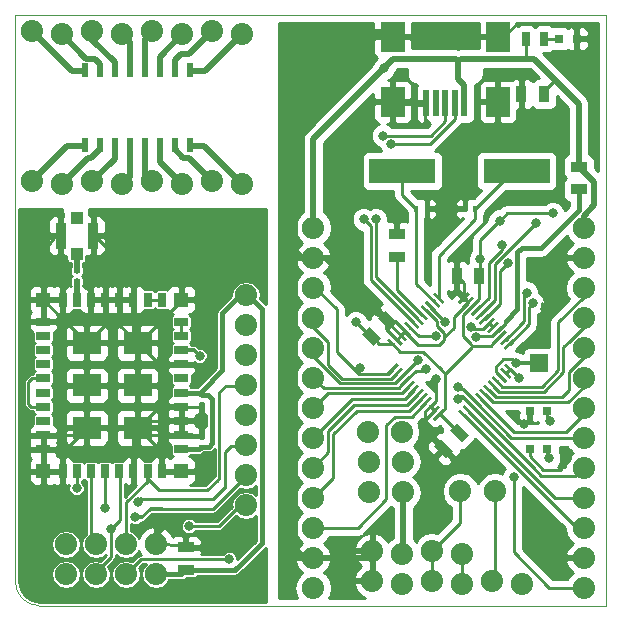
<source format=gtl>
G04 (created by PCBNEW (2013-mar-13)-testing) date Thu 22 Aug 2013 04:52:17 PM WEST*
%MOIN*%
G04 Gerber Fmt 3.4, Leading zero omitted, Abs format*
%FSLAX34Y34*%
G01*
G70*
G90*
G04 APERTURE LIST*
%ADD10C,0.005906*%
%ADD11C,0.003937*%
%ADD12R,0.059055X0.059055*%
%ADD13R,0.019700X0.090600*%
%ADD14R,0.078700X0.098400*%
%ADD15R,0.023600X0.015700*%
%ADD16R,0.055000X0.035000*%
%ADD17O,0.074000X0.074000*%
%ADD18R,0.033400X0.086600*%
%ADD19R,0.039300X0.041300*%
%ADD20R,0.047200X0.027500*%
%ADD21R,0.027500X0.047200*%
%ADD22R,0.094400X0.074800*%
%ADD23R,0.047200X0.047200*%
%ADD24R,0.035000X0.055000*%
%ADD25R,0.015700X0.023600*%
%ADD26R,0.220500X0.082700*%
%ADD27R,0.031400X0.031400*%
%ADD28R,0.025000X0.045000*%
%ADD29R,0.020000X0.045000*%
%ADD30C,0.031496*%
%ADD31C,0.010000*%
%ADD32C,0.017323*%
%ADD33C,0.020000*%
%ADD34C,0.012992*%
G04 APERTURE END LIST*
G54D10*
G54D11*
X1181Y393D02*
X20078Y393D01*
X393Y20078D02*
X393Y1181D01*
X393Y1181D02*
G75*
G03X1181Y393I787J0D01*
G74*
G01*
X20078Y20078D02*
X20078Y393D01*
X393Y20078D02*
X20078Y20078D01*
G54D12*
X17834Y8464D03*
G54D13*
X15354Y17145D03*
X15039Y17145D03*
X14724Y17145D03*
X14409Y17145D03*
X14094Y17145D03*
G54D14*
X16476Y17184D03*
X16476Y19349D03*
X12972Y17184D03*
X12972Y19349D03*
G54D15*
X2441Y11554D03*
X2441Y11200D03*
G54D16*
X6076Y1582D03*
X6076Y2332D03*
G54D15*
X6606Y5695D03*
X6606Y6049D03*
X6601Y7429D03*
X6601Y7075D03*
G54D17*
X5081Y2432D03*
X5081Y1432D03*
X4081Y2432D03*
X4081Y1432D03*
X3081Y2432D03*
X3081Y1432D03*
X2081Y2432D03*
X2081Y1432D03*
G54D18*
X2982Y12717D03*
X1900Y12717D03*
G54D19*
X2441Y12117D03*
X2441Y13317D03*
G54D20*
X1318Y9857D03*
X1318Y9385D03*
X1318Y8913D03*
X1318Y8440D03*
X1318Y7968D03*
X1318Y7496D03*
X1318Y7024D03*
X1318Y6551D03*
X1318Y6079D03*
X1318Y5607D03*
G54D21*
X1968Y4878D03*
X2440Y4878D03*
X2913Y4878D03*
X3385Y4878D03*
X3857Y4878D03*
X4329Y4878D03*
X4802Y4878D03*
X5274Y4878D03*
G54D20*
X5924Y5607D03*
X5924Y6079D03*
X5924Y6551D03*
X5924Y7024D03*
X5924Y7496D03*
X5924Y7968D03*
X5924Y8440D03*
X5924Y8913D03*
X5924Y9385D03*
X5924Y9857D03*
G54D21*
X5274Y10586D03*
X4802Y10586D03*
X4329Y10586D03*
X3857Y10586D03*
X3385Y10586D03*
X2913Y10586D03*
X2440Y10586D03*
X1968Y10586D03*
G54D22*
X2775Y9149D03*
X2775Y7732D03*
X2775Y6315D03*
X4467Y9149D03*
X4467Y7732D03*
X4467Y6315D03*
G54D23*
X1318Y10586D03*
X1318Y4878D03*
X5924Y4878D03*
X5924Y10586D03*
G54D17*
X8081Y10737D03*
X8081Y9737D03*
X8081Y8737D03*
X8081Y7737D03*
X8081Y6737D03*
X8081Y5737D03*
X8081Y4737D03*
X8081Y3737D03*
G54D24*
X18012Y17440D03*
X17262Y17440D03*
G54D16*
X13110Y12026D03*
X13110Y12776D03*
G54D25*
X13760Y13622D03*
X14114Y13622D03*
X15728Y13622D03*
X15374Y13622D03*
G54D17*
X12283Y2215D03*
X13283Y2115D03*
X14283Y2215D03*
X15283Y2115D03*
G54D26*
X17105Y14881D03*
X13287Y14881D03*
G54D16*
X19173Y15020D03*
X19173Y14270D03*
G54D17*
X12174Y4173D03*
X13314Y4173D03*
X16369Y4212D03*
X15229Y4212D03*
X12174Y5196D03*
X13314Y5196D03*
X12134Y6181D03*
X13274Y6181D03*
X19330Y984D03*
X19330Y1984D03*
X19330Y2984D03*
X19330Y3984D03*
X19330Y4984D03*
X19330Y5984D03*
X19330Y6984D03*
X19330Y7984D03*
X19330Y8984D03*
X19330Y9984D03*
X19330Y10984D03*
X19330Y11984D03*
X19330Y12984D03*
X10314Y12992D03*
X10314Y11992D03*
X10314Y10992D03*
X10314Y9992D03*
X10314Y8992D03*
X10314Y7992D03*
X10314Y6992D03*
X10314Y5992D03*
X10314Y4992D03*
X10314Y3992D03*
X10314Y2992D03*
X10314Y1992D03*
X10314Y992D03*
G54D27*
X18129Y5629D03*
X17539Y5629D03*
X18129Y6889D03*
X17539Y6889D03*
G54D10*
G36*
X14379Y10843D02*
X14697Y10525D01*
X14627Y10454D01*
X14308Y10772D01*
X14379Y10843D01*
X14379Y10843D01*
G37*
G36*
X14240Y10704D02*
X14558Y10385D01*
X14487Y10315D01*
X14169Y10633D01*
X14240Y10704D01*
X14240Y10704D01*
G37*
G36*
X14101Y10564D02*
X14419Y10246D01*
X14348Y10175D01*
X14030Y10494D01*
X14101Y10564D01*
X14101Y10564D01*
G37*
G36*
X13962Y10426D02*
X14280Y10107D01*
X14209Y10037D01*
X13891Y10355D01*
X13962Y10426D01*
X13962Y10426D01*
G37*
G36*
X13823Y10286D02*
X14141Y9968D01*
X14070Y9897D01*
X13752Y10216D01*
X13823Y10286D01*
X13823Y10286D01*
G37*
G36*
X13683Y10147D02*
X14002Y9829D01*
X13931Y9758D01*
X13613Y10076D01*
X13683Y10147D01*
X13683Y10147D01*
G37*
G36*
X13545Y10008D02*
X13863Y9690D01*
X13792Y9620D01*
X13474Y9938D01*
X13545Y10008D01*
X13545Y10008D01*
G37*
G36*
X13405Y9869D02*
X13724Y9551D01*
X13653Y9480D01*
X13335Y9798D01*
X13405Y9869D01*
X13405Y9869D01*
G37*
G36*
X13266Y9730D02*
X13584Y9412D01*
X13514Y9341D01*
X13195Y9659D01*
X13266Y9730D01*
X13266Y9730D01*
G37*
G36*
X13128Y9591D02*
X13446Y9273D01*
X13375Y9202D01*
X13057Y9521D01*
X13128Y9591D01*
X13128Y9591D01*
G37*
G36*
X12988Y9452D02*
X13306Y9134D01*
X13236Y9063D01*
X12918Y9381D01*
X12988Y9452D01*
X12988Y9452D01*
G37*
G36*
X12849Y9313D02*
X13167Y8994D01*
X13096Y8924D01*
X12778Y9242D01*
X12849Y9313D01*
X12849Y9313D01*
G37*
G36*
X13096Y8477D02*
X13167Y8406D01*
X12849Y8088D01*
X12778Y8159D01*
X13096Y8477D01*
X13096Y8477D01*
G37*
G36*
X13236Y8338D02*
X13306Y8267D01*
X12988Y7949D01*
X12918Y8019D01*
X13236Y8338D01*
X13236Y8338D01*
G37*
G36*
X13375Y8198D02*
X13446Y8128D01*
X13128Y7809D01*
X13057Y7880D01*
X13375Y8198D01*
X13375Y8198D01*
G37*
G36*
X13514Y8060D02*
X13584Y7989D01*
X13266Y7671D01*
X13195Y7741D01*
X13514Y8060D01*
X13514Y8060D01*
G37*
G36*
X13653Y7920D02*
X13724Y7850D01*
X13405Y7531D01*
X13335Y7602D01*
X13653Y7920D01*
X13653Y7920D01*
G37*
G36*
X13792Y7781D02*
X13863Y7710D01*
X13545Y7392D01*
X13474Y7463D01*
X13792Y7781D01*
X13792Y7781D01*
G37*
G36*
X13931Y7642D02*
X14002Y7572D01*
X13683Y7254D01*
X13613Y7324D01*
X13931Y7642D01*
X13931Y7642D01*
G37*
G36*
X14070Y7503D02*
X14141Y7432D01*
X13823Y7114D01*
X13752Y7185D01*
X14070Y7503D01*
X14070Y7503D01*
G37*
G36*
X14209Y7364D02*
X14280Y7293D01*
X13962Y6975D01*
X13891Y7046D01*
X14209Y7364D01*
X14209Y7364D01*
G37*
G36*
X14348Y7225D02*
X14419Y7155D01*
X14101Y6836D01*
X14030Y6907D01*
X14348Y7225D01*
X14348Y7225D01*
G37*
G36*
X14487Y7086D02*
X14558Y7015D01*
X14240Y6697D01*
X14169Y6768D01*
X14487Y7086D01*
X14487Y7086D01*
G37*
G36*
X14627Y6947D02*
X14697Y6876D01*
X14379Y6558D01*
X14308Y6628D01*
X14627Y6947D01*
X14627Y6947D01*
G37*
G36*
X15215Y6947D02*
X15533Y6628D01*
X15462Y6558D01*
X15144Y6876D01*
X15215Y6947D01*
X15215Y6947D01*
G37*
G36*
X15354Y7086D02*
X15672Y6768D01*
X15602Y6697D01*
X15284Y7015D01*
X15354Y7086D01*
X15354Y7086D01*
G37*
G36*
X15494Y7225D02*
X15812Y6907D01*
X15741Y6836D01*
X15423Y7155D01*
X15494Y7225D01*
X15494Y7225D01*
G37*
G36*
X15632Y7364D02*
X15950Y7046D01*
X15880Y6975D01*
X15561Y7293D01*
X15632Y7364D01*
X15632Y7364D01*
G37*
G36*
X15771Y7503D02*
X16090Y7185D01*
X16019Y7114D01*
X15701Y7432D01*
X15771Y7503D01*
X15771Y7503D01*
G37*
G36*
X15911Y7642D02*
X16229Y7324D01*
X16158Y7254D01*
X15840Y7572D01*
X15911Y7642D01*
X15911Y7642D01*
G37*
G36*
X16049Y7781D02*
X16368Y7463D01*
X16297Y7392D01*
X15979Y7710D01*
X16049Y7781D01*
X16049Y7781D01*
G37*
G36*
X16189Y7920D02*
X16507Y7602D01*
X16436Y7531D01*
X16118Y7850D01*
X16189Y7920D01*
X16189Y7920D01*
G37*
G36*
X16328Y8060D02*
X16646Y7741D01*
X16575Y7671D01*
X16257Y7989D01*
X16328Y8060D01*
X16328Y8060D01*
G37*
G36*
X16466Y8198D02*
X16785Y7880D01*
X16714Y7809D01*
X16396Y8128D01*
X16466Y8198D01*
X16466Y8198D01*
G37*
G36*
X16606Y8338D02*
X16924Y8019D01*
X16853Y7949D01*
X16535Y8267D01*
X16606Y8338D01*
X16606Y8338D01*
G37*
G36*
X16745Y8477D02*
X17063Y8159D01*
X16993Y8088D01*
X16674Y8406D01*
X16745Y8477D01*
X16745Y8477D01*
G37*
G36*
X16993Y9313D02*
X17063Y9242D01*
X16745Y8924D01*
X16674Y8994D01*
X16993Y9313D01*
X16993Y9313D01*
G37*
G36*
X16853Y9452D02*
X16924Y9381D01*
X16606Y9063D01*
X16535Y9134D01*
X16853Y9452D01*
X16853Y9452D01*
G37*
G36*
X16714Y9591D02*
X16785Y9521D01*
X16466Y9202D01*
X16396Y9273D01*
X16714Y9591D01*
X16714Y9591D01*
G37*
G36*
X16575Y9730D02*
X16646Y9659D01*
X16328Y9341D01*
X16257Y9412D01*
X16575Y9730D01*
X16575Y9730D01*
G37*
G36*
X16436Y9869D02*
X16507Y9798D01*
X16189Y9480D01*
X16118Y9551D01*
X16436Y9869D01*
X16436Y9869D01*
G37*
G36*
X16297Y10008D02*
X16368Y9938D01*
X16049Y9620D01*
X15979Y9690D01*
X16297Y10008D01*
X16297Y10008D01*
G37*
G36*
X16158Y10147D02*
X16229Y10076D01*
X15911Y9758D01*
X15840Y9829D01*
X16158Y10147D01*
X16158Y10147D01*
G37*
G36*
X16019Y10286D02*
X16090Y10216D01*
X15771Y9897D01*
X15701Y9968D01*
X16019Y10286D01*
X16019Y10286D01*
G37*
G36*
X15880Y10426D02*
X15950Y10355D01*
X15632Y10037D01*
X15561Y10107D01*
X15880Y10426D01*
X15880Y10426D01*
G37*
G36*
X15741Y10564D02*
X15812Y10494D01*
X15494Y10175D01*
X15423Y10246D01*
X15741Y10564D01*
X15741Y10564D01*
G37*
G36*
X15602Y10704D02*
X15672Y10633D01*
X15354Y10315D01*
X15284Y10385D01*
X15602Y10704D01*
X15602Y10704D01*
G37*
G36*
X15462Y10843D02*
X15533Y10772D01*
X15215Y10454D01*
X15144Y10525D01*
X15462Y10843D01*
X15462Y10843D01*
G37*
G54D28*
X17416Y19291D03*
X18016Y19291D03*
G54D27*
X18523Y19291D03*
X19113Y19291D03*
G54D17*
X944Y19538D03*
X1944Y19438D03*
X2944Y19538D03*
X3944Y19438D03*
X4944Y19538D03*
X5944Y19438D03*
X6944Y19538D03*
X7944Y19438D03*
X944Y14538D03*
X1944Y14438D03*
X2944Y14538D03*
X3944Y14438D03*
X4944Y14538D03*
X5944Y14438D03*
X6944Y14538D03*
X7944Y14438D03*
X12283Y1220D03*
X13283Y1120D03*
X14283Y1220D03*
X15283Y1120D03*
X16283Y1220D03*
X17283Y1120D03*
G54D29*
X6198Y15757D03*
X5198Y15757D03*
X4698Y15757D03*
X4198Y15757D03*
X3698Y15757D03*
X3198Y15757D03*
X2698Y15757D03*
X2698Y18257D03*
X3198Y18257D03*
X3698Y18257D03*
X4198Y18257D03*
X4698Y18257D03*
X5198Y18257D03*
X5698Y18257D03*
X6198Y18257D03*
X5698Y15757D03*
G54D10*
G36*
X12336Y9054D02*
X11947Y9443D01*
X12195Y9690D01*
X12584Y9301D01*
X12336Y9054D01*
X12336Y9054D01*
G37*
G36*
X12866Y9584D02*
X12478Y9973D01*
X12725Y10221D01*
X13114Y9832D01*
X12866Y9584D01*
X12866Y9584D01*
G37*
G54D24*
X15856Y11387D03*
X15106Y11387D03*
G54D10*
G36*
X15125Y6471D02*
X15514Y6082D01*
X15266Y5834D01*
X14878Y6223D01*
X15125Y6471D01*
X15125Y6471D01*
G37*
G36*
X14595Y5940D02*
X14984Y5551D01*
X14736Y5304D01*
X14347Y5693D01*
X14595Y5940D01*
X14595Y5940D01*
G37*
G54D30*
X17007Y4685D03*
X12677Y18307D03*
X7521Y1937D03*
X2431Y4297D03*
X3381Y3637D03*
X6181Y3037D03*
X4481Y3837D03*
X3581Y2937D03*
X4381Y3337D03*
X6531Y8717D03*
X15157Y7283D03*
X15157Y7677D03*
X11889Y8307D03*
X13818Y8582D03*
X14094Y8267D03*
X16811Y11811D03*
X17755Y13149D03*
X16614Y12401D03*
X12007Y13267D03*
X12637Y16062D03*
X12913Y15787D03*
X12401Y13267D03*
X15881Y11937D03*
X11732Y9842D03*
X18307Y13464D03*
X16535Y13228D03*
X17440Y10826D03*
X15748Y9330D03*
X18831Y5487D03*
X15281Y12237D03*
X17362Y6456D03*
X18031Y10275D03*
X14763Y13582D03*
X13110Y13228D03*
X17165Y7992D03*
X14409Y7952D03*
X15590Y9685D03*
X12480Y10196D03*
X11496Y19527D03*
X5581Y3237D03*
X6681Y10637D03*
X3581Y12167D03*
X3601Y12627D03*
X3586Y13047D03*
X3461Y13412D03*
X1451Y13437D03*
X1271Y13042D03*
X1276Y13042D03*
X1301Y12162D03*
X1251Y12602D03*
X1611Y11872D03*
X3241Y11862D03*
X2063Y11742D03*
X2066Y11407D03*
X2061Y11072D03*
X2806Y11057D03*
X2801Y11387D03*
X2811Y11727D03*
X1958Y9960D03*
X3621Y5507D03*
X2781Y5477D03*
X1891Y5482D03*
X1911Y6312D03*
X1931Y9152D03*
X1956Y8452D03*
X2766Y7007D03*
X1911Y6997D03*
X1921Y7732D03*
X3616Y7012D03*
X2781Y9962D03*
X4451Y9977D03*
X3641Y9942D03*
X3626Y9157D03*
X3616Y8427D03*
X3616Y7737D03*
X3626Y6347D03*
X4467Y7022D03*
X4467Y8368D03*
X2775Y8478D03*
X5296Y9977D03*
X5296Y8372D03*
X5286Y7012D03*
X5274Y5508D03*
X4321Y5517D03*
X17066Y8484D03*
X17637Y10472D03*
X18188Y5314D03*
X18228Y6535D03*
X14724Y9842D03*
X14409Y9370D03*
G54D31*
X19330Y984D02*
X18188Y984D01*
X18188Y984D02*
X17007Y2165D01*
X17007Y2165D02*
X17007Y4685D01*
G54D32*
X6076Y1582D02*
X7706Y1582D01*
X7706Y1582D02*
X7761Y1637D01*
X7771Y1637D02*
X7761Y1637D01*
X8611Y2477D02*
X7771Y1637D01*
X8611Y10287D02*
X8611Y2477D01*
X8161Y10737D02*
X8611Y10287D01*
X8081Y10737D02*
X8161Y10737D01*
X6601Y7429D02*
X6601Y7557D01*
X6601Y7557D02*
X7281Y8237D01*
X7281Y10137D02*
X7881Y10737D01*
X7281Y8237D02*
X7281Y10137D01*
X7881Y10737D02*
X7951Y10737D01*
X7951Y10737D02*
X8081Y10737D01*
X6601Y7429D02*
X6815Y7429D01*
X6949Y5813D02*
X6831Y5695D01*
X6949Y7295D02*
X6949Y5813D01*
X6815Y7429D02*
X6949Y7295D01*
X5081Y1432D02*
X5926Y1432D01*
G54D31*
X5926Y1432D02*
X6076Y1582D01*
G54D32*
X6606Y5695D02*
X6831Y5695D01*
X5924Y5607D02*
X6518Y5607D01*
X6518Y5607D02*
X6606Y5695D01*
X5924Y7496D02*
X6534Y7496D01*
G54D31*
X6534Y7496D02*
X6601Y7429D01*
G54D33*
X10314Y12992D02*
X10314Y15944D01*
X10314Y15944D02*
X12677Y18307D01*
X15078Y18622D02*
X15157Y18543D01*
X12992Y18622D02*
X15078Y18622D01*
X12677Y18307D02*
X12992Y18622D01*
G54D31*
X17416Y19291D02*
X17416Y18622D01*
X17416Y18622D02*
X17401Y18622D01*
X18012Y17440D02*
X18012Y17540D01*
X18012Y17540D02*
X18385Y17913D01*
G54D33*
X19330Y12984D02*
X19330Y13385D01*
X19685Y14508D02*
X19173Y15020D01*
X19685Y13740D02*
X19685Y14508D01*
X19330Y13385D02*
X19685Y13740D01*
X19173Y15020D02*
X19173Y17125D01*
X15354Y17755D02*
X15354Y17145D01*
X15157Y17952D02*
X15354Y17755D01*
X15157Y18543D02*
X15157Y17952D01*
X15236Y18622D02*
X15157Y18543D01*
X17677Y18622D02*
X17401Y18622D01*
X17401Y18622D02*
X15236Y18622D01*
X19173Y17125D02*
X18385Y17913D01*
X18385Y17913D02*
X17677Y18622D01*
G54D31*
X7191Y4647D02*
X7191Y7507D01*
X8081Y7727D02*
X8081Y7737D01*
X7411Y7727D02*
X8081Y7727D01*
X7191Y7507D02*
X7411Y7727D01*
G54D34*
X4802Y4878D02*
X4802Y4616D01*
G54D31*
X6781Y4237D02*
X7131Y4587D01*
X7131Y4587D02*
X7191Y4647D01*
X5181Y4237D02*
X6781Y4237D01*
X4802Y4616D02*
X5181Y4237D01*
X4081Y2432D02*
X4081Y3837D01*
X4081Y3837D02*
X4802Y4558D01*
G54D34*
X4802Y4878D02*
X4802Y4558D01*
G54D31*
X7521Y1937D02*
X4581Y1937D01*
G54D34*
X4081Y1432D02*
X4081Y1437D01*
G54D31*
X4081Y1437D02*
X4581Y1937D01*
X2440Y4878D02*
X2440Y4306D01*
X2440Y4306D02*
X2431Y4297D01*
X3385Y4878D02*
X3385Y3641D01*
X3385Y3641D02*
X3381Y3637D01*
X6181Y3037D02*
X7171Y3037D01*
X7171Y3037D02*
X7881Y3747D01*
X7881Y3747D02*
X8091Y3747D01*
X8091Y3747D02*
X8081Y3737D01*
X7371Y4327D02*
X7371Y5497D01*
X8031Y5707D02*
X8081Y5737D01*
X7581Y5707D02*
X8031Y5707D01*
X7371Y5497D02*
X7581Y5707D01*
X7371Y4327D02*
X7341Y4297D01*
X7341Y4297D02*
X6981Y3937D01*
X6981Y3937D02*
X4581Y3937D01*
G54D34*
X4581Y3937D02*
X4481Y3837D01*
G54D31*
X2913Y4878D02*
X2913Y2600D01*
G54D34*
X2913Y2600D02*
X3081Y2432D01*
G54D31*
X4866Y3622D02*
X6986Y3622D01*
X8071Y4707D02*
X8081Y4737D01*
X6986Y3622D02*
X8071Y4707D01*
X4881Y3637D02*
X4866Y3622D01*
X4866Y3622D02*
X4581Y3337D01*
G54D34*
X4581Y3337D02*
X4381Y3337D01*
G54D31*
X5281Y3637D02*
X4881Y3637D01*
G54D34*
X3581Y2837D02*
X3581Y2937D01*
G54D31*
X3881Y3237D02*
X3881Y3737D01*
X3581Y2937D02*
X3881Y3237D01*
G54D34*
X3881Y4854D02*
X3857Y4878D01*
G54D31*
X3881Y3737D02*
X3881Y4854D01*
X3081Y1432D02*
X3081Y1517D01*
X3581Y2017D02*
X3581Y2837D01*
X3081Y1517D02*
X3581Y2017D01*
G54D34*
X5924Y8913D02*
X6340Y8913D01*
G54D31*
X6531Y8722D02*
X6531Y8717D01*
G54D34*
X6340Y8913D02*
X6531Y8722D01*
G54D33*
X2440Y10586D02*
X2440Y11199D01*
X2440Y11199D02*
X2441Y11200D01*
X2441Y11554D02*
X2441Y12117D01*
G54D31*
X10314Y2992D02*
X11811Y2992D01*
X13609Y6692D02*
X14086Y7169D01*
X13031Y6692D02*
X13609Y6692D01*
X12755Y6417D02*
X13031Y6692D01*
X12755Y3937D02*
X12755Y6417D01*
X11811Y2992D02*
X12755Y3937D01*
X19330Y2984D02*
X19107Y2984D01*
X19107Y2984D02*
X15339Y6752D01*
X19330Y3984D02*
X18386Y3984D01*
X18386Y3984D02*
X15478Y6892D01*
X15295Y7381D02*
X15255Y7381D01*
X15255Y7381D02*
X15157Y7283D01*
X19330Y4984D02*
X19295Y4984D01*
X17924Y4724D02*
X17664Y4984D01*
X19035Y4724D02*
X17924Y4724D01*
X19295Y4984D02*
X19035Y4724D01*
X17664Y4984D02*
X15617Y7031D01*
X15617Y7059D02*
X15617Y7031D01*
X15295Y7381D02*
X15617Y7059D01*
X15321Y7604D02*
X15229Y7604D01*
X15229Y7604D02*
X15157Y7677D01*
X15756Y7169D02*
X15733Y7169D01*
X15733Y7169D02*
X15730Y7172D01*
X19330Y5984D02*
X16919Y5984D01*
X15730Y7172D02*
X15756Y7169D01*
X16919Y5984D02*
X15730Y7172D01*
X15756Y7169D02*
X15321Y7604D01*
X19330Y6984D02*
X19330Y6771D01*
X17023Y6181D02*
X15895Y7309D01*
X18740Y6181D02*
X17023Y6181D01*
X19330Y6771D02*
X18740Y6181D01*
X19330Y7984D02*
X19330Y7696D01*
X16318Y7165D02*
X16034Y7448D01*
X18799Y7165D02*
X16318Y7165D01*
X19330Y7696D02*
X18799Y7165D01*
X19330Y8984D02*
X19330Y8681D01*
X16418Y7342D02*
X16173Y7587D01*
X18599Y7342D02*
X16418Y7342D01*
X18838Y7581D02*
X18599Y7342D01*
X18838Y8188D02*
X18838Y7581D01*
X19330Y8681D02*
X18838Y8188D01*
X19330Y9984D02*
X19330Y9685D01*
X16519Y7519D02*
X16312Y7726D01*
X18009Y7519D02*
X16519Y7519D01*
X18661Y8171D02*
X18009Y7519D01*
X18661Y9015D02*
X18661Y8171D01*
X18681Y9035D02*
X18661Y9015D01*
X18838Y9192D02*
X18681Y9035D01*
X19330Y9685D02*
X18838Y9192D01*
X17125Y7696D02*
X16620Y7696D01*
X19330Y10688D02*
X18484Y9842D01*
X18484Y9842D02*
X18484Y8248D01*
X18484Y8248D02*
X17933Y7696D01*
X17933Y7696D02*
X17125Y7696D01*
X19330Y10984D02*
X19330Y10688D01*
X16620Y7696D02*
X16452Y7865D01*
X10314Y10992D02*
X10385Y10992D01*
X10385Y10992D02*
X11102Y10275D01*
X11102Y10275D02*
X11102Y8858D01*
X11102Y8858D02*
X11840Y8120D01*
X11840Y8120D02*
X11850Y8120D01*
X11850Y8267D02*
X11850Y8120D01*
X11889Y8307D02*
X11850Y8267D01*
X15283Y2115D02*
X15283Y1159D01*
X15283Y1159D02*
X15322Y1120D01*
X12810Y8120D02*
X12973Y8282D01*
X11850Y8120D02*
X12810Y8120D01*
X11724Y7960D02*
X11291Y7960D01*
X10314Y9685D02*
X10314Y9992D01*
X10826Y9173D02*
X10314Y9685D01*
X10826Y8425D02*
X10826Y9173D01*
X11291Y7960D02*
X10826Y8425D01*
X15229Y4212D02*
X15229Y3161D01*
X15229Y3161D02*
X14283Y2215D01*
X14283Y2215D02*
X14283Y1259D01*
X14283Y1259D02*
X14322Y1220D01*
X11724Y7960D02*
X12929Y7960D01*
X12929Y7960D02*
X13112Y8143D01*
X11653Y7800D02*
X11215Y7800D01*
X10314Y8700D02*
X10314Y8992D01*
X11215Y7800D02*
X10314Y8700D01*
X13251Y8015D02*
X13251Y8004D01*
X13818Y8582D02*
X13251Y8015D01*
X16369Y4212D02*
X16369Y1266D01*
X16369Y1266D02*
X16322Y1220D01*
X11653Y7800D02*
X13047Y7800D01*
X13047Y7800D02*
X13251Y8004D01*
X13082Y7834D02*
X13251Y8004D01*
X11535Y7640D02*
X10666Y7640D01*
X10666Y7640D02*
X10314Y7992D01*
X13753Y8228D02*
X13390Y7865D01*
X14055Y8228D02*
X13753Y8228D01*
X14094Y8267D02*
X14055Y8228D01*
X13164Y7640D02*
X13390Y7865D01*
X11535Y7640D02*
X13164Y7640D01*
X11978Y7480D02*
X10803Y7480D01*
X10803Y7480D02*
X10314Y6992D01*
X13283Y7480D02*
X13529Y7726D01*
X11978Y7480D02*
X13283Y7480D01*
X12007Y7283D02*
X11606Y7283D01*
X11606Y7283D02*
X10314Y5992D01*
X13365Y7283D02*
X13668Y7587D01*
X12007Y7283D02*
X13365Y7283D01*
X12047Y7086D02*
X11692Y7086D01*
X10826Y5503D02*
X10314Y4992D01*
X10826Y6220D02*
X10826Y5503D01*
X11692Y7086D02*
X10826Y6220D01*
X13445Y7086D02*
X13807Y7448D01*
X12047Y7086D02*
X13445Y7086D01*
X12165Y6889D02*
X11771Y6889D01*
X10986Y4663D02*
X10314Y3992D01*
X10986Y6104D02*
X10986Y4663D01*
X11771Y6889D02*
X10986Y6104D01*
X13527Y6889D02*
X13946Y7309D01*
X12165Y6889D02*
X13527Y6889D01*
X16537Y10456D02*
X16034Y9953D01*
X16537Y11537D02*
X16537Y10456D01*
X16811Y11811D02*
X16537Y11537D01*
X16377Y10574D02*
X15895Y10092D01*
X16377Y11771D02*
X16377Y10574D01*
X17755Y13149D02*
X16377Y11771D01*
X16181Y10656D02*
X15756Y10231D01*
X16181Y11811D02*
X16181Y10656D01*
X16619Y12249D02*
X16181Y11811D01*
X16619Y12396D02*
X16619Y12249D01*
X16614Y12401D02*
X16619Y12396D01*
X12233Y13041D02*
X12233Y11249D01*
X12007Y13267D02*
X12233Y13041D01*
X14724Y16535D02*
X14251Y16062D01*
X14251Y16062D02*
X12637Y16062D01*
X14724Y17145D02*
X14724Y16535D01*
X12233Y11249D02*
X13668Y9814D01*
X12401Y12737D02*
X12401Y11359D01*
X15039Y16624D02*
X14202Y15787D01*
X14202Y15787D02*
X12913Y15787D01*
X12401Y13267D02*
X12401Y12737D01*
X15039Y17145D02*
X15039Y16624D01*
X12401Y11359D02*
X13807Y9953D01*
X14503Y6752D02*
X14596Y6752D01*
G54D34*
X14596Y6752D02*
X15196Y6152D01*
G54D31*
X15617Y10370D02*
X15617Y10374D01*
X15856Y10612D02*
X15856Y11387D01*
X15617Y10374D02*
X15856Y10612D01*
X15881Y11937D02*
X15881Y11412D01*
X15881Y11412D02*
X15856Y11387D01*
X15881Y11412D02*
X15856Y11387D01*
X16535Y13228D02*
X16521Y13228D01*
X15881Y12587D02*
X15881Y11937D01*
X16521Y13228D02*
X15881Y12587D01*
X15881Y11937D02*
X15881Y11937D01*
X12265Y9372D02*
X12202Y9372D01*
X11732Y9842D02*
X11796Y9842D01*
X12202Y9372D02*
X11732Y9842D01*
X12973Y9118D02*
X12519Y9118D01*
X12519Y9118D02*
X12265Y9372D01*
X18307Y13464D02*
X17913Y13464D01*
X16771Y13464D02*
X16535Y13228D01*
X17913Y13464D02*
X16771Y13464D01*
X15629Y9055D02*
X15629Y9015D01*
X15629Y9015D02*
X14724Y8110D01*
X14724Y7125D02*
X14724Y8110D01*
X14724Y7125D02*
X14724Y6973D01*
X14724Y6973D02*
X14503Y6752D01*
X14724Y8110D02*
X14566Y8267D01*
X12973Y9113D02*
X13228Y8858D01*
X13228Y8858D02*
X13976Y8858D01*
X13976Y8858D02*
X14566Y8267D01*
X12973Y9118D02*
X12973Y9113D01*
X16535Y13228D02*
X16338Y13031D01*
X15551Y9133D02*
X15629Y9055D01*
X15606Y10370D02*
X15314Y10078D01*
X15314Y10078D02*
X15314Y9370D01*
X15314Y9370D02*
X15551Y9133D01*
X16327Y9133D02*
X16590Y9397D01*
X15617Y10370D02*
X15606Y10370D01*
X15629Y9055D02*
X16248Y9055D01*
X16248Y9055D02*
X16327Y9133D01*
X17358Y9886D02*
X17244Y9772D01*
X17358Y10743D02*
X17358Y9886D01*
X17440Y10826D02*
X17358Y10743D01*
X17244Y9772D02*
X17244Y9763D01*
X17244Y9763D02*
X17244Y9772D01*
X17244Y9772D02*
X16730Y9257D01*
G54D32*
X19173Y14094D02*
X19173Y13582D01*
X17913Y12322D02*
X17401Y12322D01*
X19173Y13582D02*
X17913Y12322D01*
G54D31*
X16286Y9370D02*
X16452Y9535D01*
X15787Y9370D02*
X16286Y9370D01*
X15748Y9330D02*
X15787Y9370D01*
X16452Y9535D02*
X16465Y9535D01*
G54D32*
X17401Y12322D02*
X17283Y12322D01*
X17283Y12322D02*
X17125Y12165D01*
X17125Y12165D02*
X17125Y11653D01*
X17125Y11653D02*
X17125Y10275D01*
X17125Y10275D02*
X16732Y9881D01*
G54D31*
X16732Y9803D02*
X16732Y9881D01*
X16465Y9535D02*
X16732Y9803D01*
G54D32*
X19173Y14094D02*
X19173Y14270D01*
G54D31*
X18895Y5273D02*
X18895Y5423D01*
X18895Y5423D02*
X18831Y5487D01*
X14364Y6892D02*
X14335Y6892D01*
X14081Y6687D02*
X14031Y6687D01*
X14031Y6637D02*
X14081Y6687D01*
X14031Y6587D02*
X14031Y6637D01*
X14335Y6892D02*
X14031Y6587D01*
X14665Y5622D02*
X14665Y5652D01*
X14031Y6287D02*
X14031Y6687D01*
X14665Y5652D02*
X14031Y6287D01*
X14031Y6687D02*
X14031Y6837D01*
X14031Y6837D02*
X14224Y7031D01*
X15106Y12062D02*
X15106Y11387D01*
X15281Y12237D02*
X15106Y12062D01*
X15339Y10648D02*
X15339Y11154D01*
X15339Y11154D02*
X15106Y11387D01*
X12796Y9902D02*
X12774Y9902D01*
X12774Y9902D02*
X12480Y10196D01*
X17952Y10354D02*
X17952Y10472D01*
X13240Y9397D02*
X12874Y9763D01*
X13251Y9397D02*
X13240Y9397D01*
X13390Y9535D02*
X13377Y9535D01*
X13377Y9535D02*
X13031Y9881D01*
X13104Y9257D02*
X12755Y9606D01*
X12755Y9606D02*
X12755Y9803D01*
X13112Y9257D02*
X13104Y9257D01*
X17539Y6889D02*
X17539Y6634D01*
X17539Y6634D02*
X17362Y6456D01*
X17539Y5629D02*
X17539Y5373D01*
X18543Y4921D02*
X18895Y5273D01*
X17992Y4921D02*
X18543Y4921D01*
X17539Y5373D02*
X17992Y4921D01*
X18031Y10275D02*
X17952Y10354D01*
X10314Y11992D02*
X10685Y11992D01*
X10685Y11992D02*
X12480Y10196D01*
X15374Y13622D02*
X14803Y13622D01*
X14803Y13622D02*
X14763Y13582D01*
X13110Y12776D02*
X13110Y13228D01*
X14724Y13622D02*
X14114Y13622D01*
X14763Y13582D02*
X14724Y13622D01*
X16869Y8282D02*
X16874Y8282D01*
X16874Y8282D02*
X17165Y7992D01*
X14236Y7031D02*
X14224Y7031D01*
X14409Y7204D02*
X14409Y7952D01*
X14236Y7031D02*
X14409Y7204D01*
X16173Y9814D02*
X16173Y9795D01*
X15669Y9606D02*
X15590Y9685D01*
X15984Y9606D02*
X15669Y9606D01*
X16173Y9795D02*
X15984Y9606D01*
X19296Y11949D02*
X19330Y11984D01*
X14224Y7031D02*
X14364Y6892D01*
G54D33*
X12480Y10196D02*
X12480Y10157D01*
X14094Y17145D02*
X13011Y17145D01*
X13011Y17145D02*
X12972Y17184D01*
X10275Y19527D02*
X12794Y19527D01*
X9724Y12204D02*
X9724Y18976D01*
X9724Y18976D02*
X10275Y19527D01*
X12794Y19527D02*
X12972Y19349D01*
G54D31*
X16476Y19349D02*
X16672Y19349D01*
X19113Y19547D02*
X19113Y19291D01*
X18858Y19803D02*
X19113Y19547D01*
X17125Y19803D02*
X18858Y19803D01*
X16672Y19349D02*
X17125Y19803D01*
X15478Y10509D02*
X15478Y10478D01*
X15000Y9645D02*
X14685Y9330D01*
X15000Y10000D02*
X15000Y9645D01*
X15478Y10478D02*
X15000Y10000D01*
X15478Y10509D02*
X15339Y10648D01*
X13390Y9535D02*
X13390Y9523D01*
X13390Y9523D02*
X13818Y9094D01*
X13818Y9094D02*
X14527Y9094D01*
X14527Y9094D02*
X14685Y9251D01*
X14685Y9251D02*
X14685Y9330D01*
X14448Y9869D02*
X14086Y10231D01*
X14685Y9330D02*
X14685Y9488D01*
X14685Y9488D02*
X14448Y9724D01*
X14448Y9724D02*
X14448Y9869D01*
X11496Y19527D02*
X11516Y19507D01*
X16730Y8143D02*
X16869Y8282D01*
X16173Y9814D02*
X16312Y9675D01*
X13251Y9397D02*
X13390Y9535D01*
X13112Y9257D02*
X13251Y9397D01*
G54D33*
X12322Y1220D02*
X12322Y2175D01*
X12322Y2175D02*
X12283Y2215D01*
X10314Y1992D02*
X12060Y1992D01*
X12060Y1992D02*
X12283Y2215D01*
X10314Y11992D02*
X9937Y11992D01*
X9937Y11992D02*
X9724Y12204D01*
X10314Y1992D02*
X10015Y1992D01*
X9724Y2283D02*
X9724Y12204D01*
X10015Y1992D02*
X9724Y2283D01*
G54D31*
X5081Y2737D02*
X5581Y3237D01*
X5081Y2432D02*
X5081Y2737D01*
X5881Y10637D02*
X5924Y10586D01*
X6681Y10637D02*
X5881Y10637D01*
X3586Y13047D02*
X3631Y12657D01*
X3631Y12657D02*
X3601Y12627D01*
X3461Y13412D02*
X3461Y13277D01*
X3461Y13277D02*
X3586Y13047D01*
X2986Y13472D02*
X3291Y13472D01*
X2982Y13468D02*
X2986Y13472D01*
X2982Y12717D02*
X2982Y13468D01*
X3291Y13472D02*
X3461Y13412D01*
X1271Y13122D02*
X1451Y13437D01*
X1276Y13042D02*
X1271Y13042D01*
X1271Y13042D02*
X1271Y13122D01*
X1301Y12162D02*
X1296Y12157D01*
X1296Y12157D02*
X1301Y12152D01*
X1301Y12152D02*
X1301Y12162D01*
X1900Y12717D02*
X1251Y12602D01*
X1318Y11972D02*
X1546Y11807D01*
X1546Y11807D02*
X1611Y11872D01*
X3505Y12037D02*
X3261Y11882D01*
X3261Y11882D02*
X3241Y11862D01*
X1968Y10586D02*
X2043Y11054D01*
X2061Y11412D02*
X2063Y11742D01*
X2066Y11407D02*
X2061Y11412D01*
X2043Y11054D02*
X2061Y11072D01*
X3385Y11687D02*
X2861Y11677D01*
X2816Y11372D02*
X2806Y11057D01*
X2801Y11387D02*
X2816Y11372D01*
X2861Y11677D02*
X2811Y11727D01*
X1958Y9960D02*
X1931Y9932D01*
X1931Y9932D02*
X1931Y9152D01*
X2811Y5507D02*
X3621Y5507D01*
X2781Y5477D02*
X2811Y5507D01*
X1891Y6292D02*
X1891Y5482D01*
X1911Y6312D02*
X1891Y6292D01*
X1956Y9127D02*
X1956Y8452D01*
X1931Y9152D02*
X1956Y9127D01*
X2771Y7012D02*
X3616Y7012D01*
X2766Y7007D02*
X2771Y7012D01*
X1911Y7722D02*
X1911Y6997D01*
X1921Y7732D02*
X1911Y7722D01*
X3641Y9942D02*
X2801Y9942D01*
X2801Y9942D02*
X2781Y9962D01*
X4451Y9977D02*
X5296Y9977D01*
X3641Y9172D02*
X3641Y9942D01*
X3626Y9157D02*
X3641Y9172D01*
X3616Y7737D02*
X3616Y8427D01*
X3616Y6357D02*
X3616Y7012D01*
X3626Y6347D02*
X3616Y6357D01*
X3616Y7012D02*
X3626Y7022D01*
X3626Y7022D02*
X4467Y7022D01*
X3596Y8337D02*
X4436Y8337D01*
X4436Y8337D02*
X4467Y8368D01*
X1956Y8452D02*
X2749Y8452D01*
X2749Y8452D02*
X2775Y8478D01*
X5296Y9977D02*
X5296Y8372D01*
X5274Y7000D02*
X5274Y5508D01*
X5286Y7012D02*
X5274Y7000D01*
X4321Y5517D02*
X4467Y5663D01*
X4467Y5663D02*
X4467Y6315D01*
X5081Y2432D02*
X5991Y2417D01*
X5991Y2417D02*
X6076Y2332D01*
X2982Y12717D02*
X3051Y12717D01*
X3385Y12383D02*
X3505Y12037D01*
X3505Y12037D02*
X3385Y11687D01*
X3385Y11687D02*
X3385Y10586D01*
X3051Y12717D02*
X3385Y12383D01*
X1900Y12717D02*
X1721Y12717D01*
X1228Y12089D02*
X1318Y11972D01*
X1318Y11972D02*
X1318Y10586D01*
X1721Y12717D02*
X1301Y12162D01*
X1301Y12162D02*
X1228Y12089D01*
X5924Y6079D02*
X6576Y6079D01*
X6576Y6079D02*
X6606Y6049D01*
X6550Y7024D02*
X6601Y7075D01*
X5924Y7024D02*
X6550Y7024D01*
X5924Y4878D02*
X5274Y4878D01*
X5924Y7024D02*
X5176Y7024D01*
X5176Y7024D02*
X4467Y6315D01*
X5924Y6551D02*
X4703Y6551D01*
X4703Y6551D02*
X4467Y6315D01*
X5924Y6079D02*
X4703Y6079D01*
X4703Y6079D02*
X4467Y6315D01*
X5274Y4878D02*
X5274Y5508D01*
X5274Y5508D02*
X4467Y6315D01*
X4329Y4878D02*
X4329Y6177D01*
X4329Y6177D02*
X4467Y6315D01*
X1968Y4878D02*
X1968Y5540D01*
X1968Y5540D02*
X1901Y5607D01*
X1318Y4878D02*
X1318Y5607D01*
X1318Y5607D02*
X1901Y5607D01*
X1901Y5607D02*
X2067Y5607D01*
X2067Y5607D02*
X2775Y6315D01*
X1318Y6079D02*
X2539Y6079D01*
X2539Y6079D02*
X2775Y6315D01*
X1318Y10586D02*
X1332Y10586D01*
X1332Y10586D02*
X2061Y9857D01*
X1318Y9857D02*
X2061Y9857D01*
X2086Y9832D02*
X2086Y9838D01*
X2061Y9857D02*
X2086Y9832D01*
X1968Y10586D02*
X1968Y9956D01*
X1968Y9956D02*
X2086Y9838D01*
X2086Y9838D02*
X2775Y9149D01*
X5924Y10586D02*
X5924Y10560D01*
X4513Y9149D02*
X4467Y9149D01*
X5924Y10560D02*
X4513Y9149D01*
X5924Y8440D02*
X5176Y8440D01*
X5176Y8440D02*
X4467Y9149D01*
X4467Y6315D02*
X4467Y7732D01*
X2775Y6315D02*
X4467Y6315D01*
X2775Y7732D02*
X2775Y6315D01*
X2775Y9149D02*
X2775Y7732D01*
X4467Y9149D02*
X4467Y7732D01*
X2775Y9149D02*
X4467Y9149D01*
X4329Y10586D02*
X4329Y9287D01*
X4329Y9287D02*
X4467Y9149D01*
X3857Y10586D02*
X3857Y9759D01*
X3857Y9759D02*
X4467Y9149D01*
X3385Y10586D02*
X3385Y9759D01*
X3385Y9759D02*
X2775Y9149D01*
X2775Y9149D02*
X2775Y9836D01*
X2913Y9974D02*
X2913Y10586D01*
X2775Y9836D02*
X2913Y9974D01*
X1318Y7968D02*
X957Y7968D01*
X929Y7024D02*
X1318Y7024D01*
X826Y7127D02*
X929Y7024D01*
X826Y7837D02*
X826Y7127D01*
X957Y7968D02*
X826Y7837D01*
X4802Y10586D02*
X5274Y10586D01*
G54D34*
X17834Y8464D02*
X17086Y8464D01*
X17086Y8464D02*
X17066Y8484D01*
G54D31*
X16397Y8197D02*
X16590Y8004D01*
X16397Y8346D02*
X16397Y8197D01*
X16653Y8602D02*
X16397Y8346D01*
X16948Y8602D02*
X16653Y8602D01*
X17066Y8484D02*
X16948Y8602D01*
X13760Y13622D02*
X13760Y11113D01*
X13760Y11113D02*
X14364Y10509D01*
X13287Y14881D02*
X13287Y14094D01*
X13287Y14094D02*
X13760Y13622D01*
G54D33*
X13314Y4173D02*
X13314Y2145D01*
X13314Y2145D02*
X13283Y2115D01*
G54D31*
X17519Y9769D02*
X16869Y9118D01*
X17519Y10354D02*
X17519Y9769D01*
X17637Y10472D02*
X17519Y10354D01*
X13110Y12026D02*
X13110Y10929D01*
X13110Y10929D02*
X13946Y10092D01*
X18129Y5629D02*
X18129Y5374D01*
X18129Y5374D02*
X18188Y5314D01*
X18129Y6889D02*
X18129Y6634D01*
X18129Y6634D02*
X18228Y6535D01*
X18523Y19291D02*
X18016Y19291D01*
X14503Y10648D02*
X14503Y12060D01*
X14503Y12060D02*
X15728Y13284D01*
X15728Y13622D02*
X15728Y13284D01*
X17105Y14881D02*
X16988Y14881D01*
X16988Y14881D02*
X15728Y13622D01*
X14224Y10370D02*
X14224Y10342D01*
X14224Y10342D02*
X14724Y9842D01*
X13834Y9370D02*
X13529Y9675D01*
X14291Y9370D02*
X13834Y9370D01*
X14409Y9370D02*
X14291Y9370D01*
G54D33*
X6168Y15314D02*
X6944Y14538D01*
X5984Y15314D02*
X6168Y15314D01*
X5698Y15600D02*
X5984Y15314D01*
X5698Y15718D02*
X5698Y15600D01*
X6664Y15718D02*
X7944Y14438D01*
X6198Y15718D02*
X6664Y15718D01*
X2944Y19538D02*
X2944Y19259D01*
X2944Y19259D02*
X3698Y18505D01*
X3698Y18505D02*
X3698Y18218D01*
X2698Y18218D02*
X2264Y18218D01*
X2264Y18218D02*
X944Y19538D01*
X2761Y18622D02*
X1944Y19438D01*
X3198Y18454D02*
X3031Y18622D01*
X3031Y18622D02*
X2761Y18622D01*
X3198Y18218D02*
X3198Y18454D01*
X2125Y15718D02*
X944Y14538D01*
X2698Y15718D02*
X2125Y15718D01*
X5198Y15718D02*
X5198Y15184D01*
X5198Y15184D02*
X5944Y14438D01*
X4698Y14784D02*
X4944Y14538D01*
X4698Y15718D02*
X4698Y14784D01*
X4198Y15718D02*
X4198Y14692D01*
X4198Y14692D02*
X3944Y14438D01*
X3698Y15292D02*
X2944Y14538D01*
X3698Y15718D02*
X3698Y15292D01*
X3198Y15718D02*
X3198Y15600D01*
X2821Y15314D02*
X1944Y14438D01*
X3198Y15600D02*
X2913Y15314D01*
X2913Y15314D02*
X2821Y15314D01*
X4198Y18218D02*
X4198Y19184D01*
X4198Y19184D02*
X3944Y19438D01*
X4698Y18218D02*
X4698Y19292D01*
X4698Y19292D02*
X4944Y19538D01*
X5198Y18218D02*
X5198Y18692D01*
X5198Y18692D02*
X5944Y19438D01*
X5905Y18779D02*
X6186Y18779D01*
X5698Y18572D02*
X5905Y18779D01*
X5698Y18218D02*
X5698Y18572D01*
X6186Y18779D02*
X6944Y19538D01*
X6198Y18218D02*
X6725Y18218D01*
X6725Y18218D02*
X7944Y19438D01*
G54D31*
X5924Y9857D02*
X5924Y9385D01*
G54D10*
G36*
X8138Y9687D02*
X8131Y9687D01*
X8131Y9679D01*
X8031Y9679D01*
X8031Y9687D01*
X8023Y9687D01*
X8023Y9787D01*
X8031Y9787D01*
X8031Y9795D01*
X8131Y9795D01*
X8131Y9787D01*
X8138Y9787D01*
X8138Y9687D01*
X8138Y9687D01*
G37*
G54D31*
X8138Y9687D02*
X8131Y9687D01*
X8131Y9679D01*
X8031Y9679D01*
X8031Y9687D01*
X8023Y9687D01*
X8023Y9787D01*
X8031Y9787D01*
X8031Y9795D01*
X8131Y9795D01*
X8131Y9787D01*
X8138Y9787D01*
X8138Y9687D01*
G54D10*
G36*
X8414Y2559D02*
X7788Y1933D01*
X7788Y1990D01*
X7747Y2089D01*
X7672Y2164D01*
X7574Y2205D01*
X7468Y2205D01*
X7369Y2164D01*
X7302Y2097D01*
X6596Y2097D01*
X6601Y2108D01*
X6601Y2220D01*
X6601Y2445D01*
X6601Y2557D01*
X6563Y2649D01*
X6492Y2719D01*
X6400Y2757D01*
X6301Y2757D01*
X6188Y2757D01*
X6126Y2695D01*
X6126Y2382D01*
X6538Y2382D01*
X6601Y2445D01*
X6601Y2220D01*
X6538Y2282D01*
X6126Y2282D01*
X6126Y2274D01*
X6026Y2274D01*
X6026Y2282D01*
X6018Y2282D01*
X6018Y2382D01*
X6026Y2382D01*
X6026Y2695D01*
X5963Y2757D01*
X5850Y2757D01*
X5751Y2757D01*
X5659Y2719D01*
X5635Y2695D01*
X5610Y2755D01*
X5446Y2933D01*
X5227Y3035D01*
X5131Y2988D01*
X5131Y2482D01*
X5138Y2482D01*
X5138Y2382D01*
X5131Y2382D01*
X5131Y2374D01*
X5031Y2374D01*
X5031Y2382D01*
X5023Y2382D01*
X5023Y2482D01*
X5031Y2482D01*
X5031Y2988D01*
X4935Y3035D01*
X4715Y2933D01*
X4551Y2755D01*
X4509Y2653D01*
X4429Y2772D01*
X4274Y2876D01*
X4241Y2882D01*
X4241Y3106D01*
X4327Y3070D01*
X4434Y3070D01*
X4532Y3110D01*
X4585Y3163D01*
X4648Y3176D01*
X4704Y3214D01*
X4742Y3270D01*
X4743Y3273D01*
X4932Y3462D01*
X6986Y3462D01*
X7047Y3474D01*
X7047Y3474D01*
X7099Y3509D01*
X7885Y4295D01*
X7888Y4294D01*
X8071Y4257D01*
X8090Y4257D01*
X8274Y4294D01*
X8414Y4388D01*
X8414Y4087D01*
X8274Y4181D01*
X8090Y4217D01*
X8071Y4217D01*
X7888Y4181D01*
X7732Y4077D01*
X7628Y3921D01*
X7591Y3737D01*
X7600Y3693D01*
X7104Y3197D01*
X6399Y3197D01*
X6332Y3264D01*
X6234Y3305D01*
X6128Y3305D01*
X6029Y3264D01*
X5954Y3189D01*
X5913Y3091D01*
X5913Y2984D01*
X5954Y2886D01*
X6029Y2811D01*
X6127Y2770D01*
X6234Y2770D01*
X6332Y2810D01*
X6399Y2877D01*
X7171Y2877D01*
X7232Y2889D01*
X7232Y2889D01*
X7284Y2924D01*
X7747Y3388D01*
X7888Y3294D01*
X8071Y3257D01*
X8090Y3257D01*
X8274Y3294D01*
X8414Y3388D01*
X8414Y2559D01*
X8414Y2559D01*
G37*
G54D31*
X8414Y2559D02*
X7788Y1933D01*
X7788Y1990D01*
X7747Y2089D01*
X7672Y2164D01*
X7574Y2205D01*
X7468Y2205D01*
X7369Y2164D01*
X7302Y2097D01*
X6596Y2097D01*
X6601Y2108D01*
X6601Y2220D01*
X6601Y2445D01*
X6601Y2557D01*
X6563Y2649D01*
X6492Y2719D01*
X6400Y2757D01*
X6301Y2757D01*
X6188Y2757D01*
X6126Y2695D01*
X6126Y2382D01*
X6538Y2382D01*
X6601Y2445D01*
X6601Y2220D01*
X6538Y2282D01*
X6126Y2282D01*
X6126Y2274D01*
X6026Y2274D01*
X6026Y2282D01*
X6018Y2282D01*
X6018Y2382D01*
X6026Y2382D01*
X6026Y2695D01*
X5963Y2757D01*
X5850Y2757D01*
X5751Y2757D01*
X5659Y2719D01*
X5635Y2695D01*
X5610Y2755D01*
X5446Y2933D01*
X5227Y3035D01*
X5131Y2988D01*
X5131Y2482D01*
X5138Y2482D01*
X5138Y2382D01*
X5131Y2382D01*
X5131Y2374D01*
X5031Y2374D01*
X5031Y2382D01*
X5023Y2382D01*
X5023Y2482D01*
X5031Y2482D01*
X5031Y2988D01*
X4935Y3035D01*
X4715Y2933D01*
X4551Y2755D01*
X4509Y2653D01*
X4429Y2772D01*
X4274Y2876D01*
X4241Y2882D01*
X4241Y3106D01*
X4327Y3070D01*
X4434Y3070D01*
X4532Y3110D01*
X4585Y3163D01*
X4648Y3176D01*
X4704Y3214D01*
X4742Y3270D01*
X4743Y3273D01*
X4932Y3462D01*
X6986Y3462D01*
X7047Y3474D01*
X7047Y3474D01*
X7099Y3509D01*
X7885Y4295D01*
X7888Y4294D01*
X8071Y4257D01*
X8090Y4257D01*
X8274Y4294D01*
X8414Y4388D01*
X8414Y4087D01*
X8274Y4181D01*
X8090Y4217D01*
X8071Y4217D01*
X7888Y4181D01*
X7732Y4077D01*
X7628Y3921D01*
X7591Y3737D01*
X7600Y3693D01*
X7104Y3197D01*
X6399Y3197D01*
X6332Y3264D01*
X6234Y3305D01*
X6128Y3305D01*
X6029Y3264D01*
X5954Y3189D01*
X5913Y3091D01*
X5913Y2984D01*
X5954Y2886D01*
X6029Y2811D01*
X6127Y2770D01*
X6234Y2770D01*
X6332Y2810D01*
X6399Y2877D01*
X7171Y2877D01*
X7232Y2889D01*
X7232Y2889D01*
X7284Y2924D01*
X7747Y3388D01*
X7888Y3294D01*
X8071Y3257D01*
X8090Y3257D01*
X8274Y3294D01*
X8414Y3388D01*
X8414Y2559D01*
G54D10*
G36*
X8730Y523D02*
X2570Y523D01*
X2570Y1432D01*
X2570Y2432D01*
X2533Y2616D01*
X2429Y2772D01*
X2274Y2876D01*
X2090Y2912D01*
X2071Y2912D01*
X1918Y2882D01*
X1918Y4455D01*
X1918Y4828D01*
X1918Y4928D01*
X1918Y5302D01*
X1918Y10163D01*
X1918Y10536D01*
X1918Y10636D01*
X1918Y11010D01*
X1855Y11072D01*
X1850Y11072D01*
X1850Y12097D01*
X1850Y12667D01*
X1850Y12767D01*
X1850Y13338D01*
X1787Y13400D01*
X1782Y13400D01*
X1683Y13400D01*
X1591Y13362D01*
X1521Y13292D01*
X1483Y13200D01*
X1483Y12830D01*
X1545Y12767D01*
X1850Y12767D01*
X1850Y12667D01*
X1545Y12667D01*
X1483Y12605D01*
X1483Y12235D01*
X1521Y12143D01*
X1591Y12072D01*
X1683Y12034D01*
X1782Y12034D01*
X1787Y12034D01*
X1850Y12097D01*
X1850Y11072D01*
X1780Y11072D01*
X1692Y11036D01*
X1603Y11072D01*
X1504Y11072D01*
X1430Y11072D01*
X1368Y11010D01*
X1368Y10636D01*
X1643Y10636D01*
X1741Y10636D01*
X1918Y10636D01*
X1918Y10536D01*
X1741Y10536D01*
X1643Y10536D01*
X1368Y10536D01*
X1368Y10182D01*
X1368Y10163D01*
X1368Y9907D01*
X1741Y9907D01*
X1804Y9970D01*
X1804Y10045D01*
X1781Y10100D01*
X1855Y10100D01*
X1918Y10163D01*
X1918Y5302D01*
X1855Y5364D01*
X1781Y5364D01*
X1804Y5420D01*
X1804Y5495D01*
X1804Y5720D01*
X1804Y5795D01*
X1783Y5843D01*
X1804Y5892D01*
X1804Y5967D01*
X1804Y6192D01*
X1804Y6267D01*
X1766Y6358D01*
X1695Y6429D01*
X1664Y6442D01*
X1664Y6711D01*
X1647Y6751D01*
X1616Y6782D01*
X1602Y6788D01*
X1616Y6794D01*
X1647Y6824D01*
X1664Y6865D01*
X1664Y6909D01*
X1664Y7184D01*
X1647Y7224D01*
X1616Y7255D01*
X1603Y7260D01*
X1616Y7266D01*
X1647Y7296D01*
X1664Y7337D01*
X1664Y7381D01*
X1664Y7656D01*
X1647Y7696D01*
X1616Y7727D01*
X1603Y7732D01*
X1616Y7738D01*
X1647Y7768D01*
X1664Y7809D01*
X1664Y7853D01*
X1664Y8128D01*
X1647Y8168D01*
X1616Y8199D01*
X1603Y8204D01*
X1616Y8210D01*
X1647Y8240D01*
X1664Y8281D01*
X1664Y8325D01*
X1664Y8600D01*
X1647Y8640D01*
X1616Y8671D01*
X1602Y8677D01*
X1616Y8683D01*
X1647Y8713D01*
X1664Y8754D01*
X1664Y8798D01*
X1664Y9073D01*
X1647Y9113D01*
X1616Y9144D01*
X1603Y9149D01*
X1616Y9155D01*
X1647Y9185D01*
X1664Y9226D01*
X1664Y9270D01*
X1664Y9495D01*
X1695Y9508D01*
X1766Y9578D01*
X1804Y9670D01*
X1804Y9745D01*
X1741Y9807D01*
X1368Y9807D01*
X1368Y9799D01*
X1268Y9799D01*
X1268Y9807D01*
X1268Y9907D01*
X1268Y10163D01*
X1268Y10182D01*
X1268Y10536D01*
X1268Y10636D01*
X1268Y11010D01*
X1205Y11072D01*
X1131Y11072D01*
X1032Y11072D01*
X940Y11034D01*
X870Y10964D01*
X832Y10872D01*
X832Y10699D01*
X894Y10636D01*
X1268Y10636D01*
X1268Y10536D01*
X894Y10536D01*
X832Y10474D01*
X832Y10301D01*
X870Y10209D01*
X906Y10173D01*
X870Y10136D01*
X832Y10045D01*
X832Y9970D01*
X894Y9907D01*
X1268Y9907D01*
X1268Y9807D01*
X894Y9807D01*
X832Y9745D01*
X832Y9670D01*
X870Y9578D01*
X940Y9508D01*
X972Y9495D01*
X972Y9226D01*
X988Y9185D01*
X1019Y9155D01*
X1032Y9149D01*
X1019Y9144D01*
X988Y9113D01*
X972Y9073D01*
X972Y9029D01*
X972Y8754D01*
X988Y8713D01*
X1019Y8683D01*
X1033Y8677D01*
X1019Y8671D01*
X988Y8640D01*
X972Y8600D01*
X972Y8556D01*
X972Y8281D01*
X988Y8240D01*
X1019Y8210D01*
X1032Y8204D01*
X1019Y8199D01*
X988Y8168D01*
X972Y8128D01*
X957Y8128D01*
X895Y8116D01*
X843Y8081D01*
X712Y7950D01*
X678Y7899D01*
X666Y7837D01*
X666Y7127D01*
X678Y7066D01*
X712Y7014D01*
X815Y6911D01*
X867Y6876D01*
X867Y6876D01*
X929Y6864D01*
X972Y6864D01*
X988Y6824D01*
X1019Y6794D01*
X1033Y6788D01*
X1019Y6782D01*
X988Y6751D01*
X972Y6711D01*
X972Y6667D01*
X972Y6442D01*
X940Y6429D01*
X870Y6358D01*
X832Y6267D01*
X832Y6192D01*
X894Y6129D01*
X1268Y6129D01*
X1268Y6137D01*
X1368Y6137D01*
X1368Y6129D01*
X1741Y6129D01*
X1804Y6192D01*
X1804Y5967D01*
X1741Y6029D01*
X1368Y6029D01*
X1368Y5932D01*
X1368Y5754D01*
X1368Y5657D01*
X1741Y5657D01*
X1804Y5720D01*
X1804Y5495D01*
X1741Y5557D01*
X1368Y5557D01*
X1368Y5302D01*
X1368Y5282D01*
X1368Y4928D01*
X1643Y4928D01*
X1741Y4928D01*
X1918Y4928D01*
X1918Y4828D01*
X1741Y4828D01*
X1643Y4828D01*
X1368Y4828D01*
X1368Y4455D01*
X1430Y4392D01*
X1504Y4392D01*
X1603Y4392D01*
X1692Y4429D01*
X1780Y4392D01*
X1855Y4392D01*
X1918Y4455D01*
X1918Y2882D01*
X1888Y2876D01*
X1732Y2772D01*
X1628Y2616D01*
X1591Y2432D01*
X1628Y2249D01*
X1732Y2093D01*
X1888Y1989D01*
X2071Y1952D01*
X2090Y1952D01*
X2274Y1989D01*
X2429Y2093D01*
X2533Y2249D01*
X2570Y2432D01*
X2570Y1432D01*
X2533Y1616D01*
X2429Y1772D01*
X2274Y1876D01*
X2090Y1912D01*
X2071Y1912D01*
X1888Y1876D01*
X1732Y1772D01*
X1628Y1616D01*
X1591Y1432D01*
X1628Y1249D01*
X1732Y1093D01*
X1888Y989D01*
X2071Y952D01*
X2090Y952D01*
X2274Y989D01*
X2429Y1093D01*
X2533Y1249D01*
X2570Y1432D01*
X2570Y523D01*
X1268Y523D01*
X1268Y4455D01*
X1268Y4828D01*
X1268Y4928D01*
X1268Y5282D01*
X1268Y5302D01*
X1268Y5557D01*
X1268Y5657D01*
X1268Y5754D01*
X1268Y5932D01*
X1268Y6029D01*
X894Y6029D01*
X832Y5967D01*
X832Y5892D01*
X852Y5843D01*
X832Y5795D01*
X832Y5720D01*
X894Y5657D01*
X1268Y5657D01*
X1268Y5557D01*
X894Y5557D01*
X832Y5495D01*
X832Y5420D01*
X870Y5328D01*
X906Y5292D01*
X870Y5256D01*
X832Y5164D01*
X832Y4991D01*
X894Y4928D01*
X1268Y4928D01*
X1268Y4828D01*
X894Y4828D01*
X832Y4766D01*
X832Y4593D01*
X870Y4501D01*
X940Y4430D01*
X1032Y4392D01*
X1131Y4392D01*
X1205Y4392D01*
X1268Y4455D01*
X1268Y523D01*
X1193Y523D01*
X930Y575D01*
X717Y717D01*
X575Y930D01*
X523Y1193D01*
X523Y13629D01*
X1949Y13629D01*
X1974Y13362D01*
X1950Y13338D01*
X1950Y12767D01*
X1957Y12767D01*
X1957Y12667D01*
X1950Y12667D01*
X1950Y12097D01*
X2012Y12034D01*
X2017Y12034D01*
X2095Y12034D01*
X2117Y11801D01*
X2214Y11804D01*
X2222Y11801D01*
X2231Y11801D01*
X2231Y11696D01*
X2229Y11695D01*
X2213Y11655D01*
X2213Y11611D01*
X2213Y11454D01*
X2229Y11413D01*
X2260Y11383D01*
X2273Y11377D01*
X2260Y11372D01*
X2229Y11341D01*
X2213Y11301D01*
X2213Y11257D01*
X2213Y11100D01*
X2229Y11059D01*
X2230Y11059D01*
X2230Y11041D01*
X2155Y11072D01*
X2080Y11072D01*
X2018Y11010D01*
X2018Y10636D01*
X2025Y10636D01*
X2025Y10536D01*
X2018Y10536D01*
X2018Y10163D01*
X2080Y10100D01*
X2155Y10100D01*
X2247Y10138D01*
X2317Y10209D01*
X2330Y10240D01*
X2550Y10240D01*
X2563Y10209D01*
X2633Y10138D01*
X2725Y10100D01*
X2800Y10100D01*
X2863Y10163D01*
X2863Y10536D01*
X2855Y10536D01*
X2855Y10636D01*
X2863Y10636D01*
X2863Y11010D01*
X2800Y11072D01*
X2725Y11072D01*
X2650Y11041D01*
X2650Y11057D01*
X2652Y11059D01*
X2669Y11100D01*
X2669Y11144D01*
X2669Y11301D01*
X2652Y11341D01*
X2621Y11372D01*
X2608Y11377D01*
X2621Y11383D01*
X2652Y11413D01*
X2669Y11454D01*
X2669Y11498D01*
X2669Y11655D01*
X2652Y11695D01*
X2651Y11696D01*
X2651Y11801D01*
X2659Y11801D01*
X2699Y11818D01*
X2701Y11819D01*
X2736Y11820D01*
X2740Y11871D01*
X2747Y11889D01*
X2747Y11933D01*
X2747Y11987D01*
X2751Y12040D01*
X2765Y12034D01*
X2864Y12034D01*
X2869Y12034D01*
X2932Y12097D01*
X2932Y12667D01*
X2924Y12667D01*
X2924Y12767D01*
X2932Y12767D01*
X2932Y13338D01*
X2869Y13400D01*
X2864Y13400D01*
X2839Y13400D01*
X2854Y13629D01*
X8730Y13629D01*
X8730Y10446D01*
X8548Y10628D01*
X8570Y10737D01*
X8533Y10921D01*
X8429Y11077D01*
X8274Y11181D01*
X8090Y11217D01*
X8071Y11217D01*
X7888Y11181D01*
X7732Y11077D01*
X7628Y10921D01*
X7591Y10737D01*
X7593Y10728D01*
X7142Y10276D01*
X7099Y10213D01*
X7084Y10137D01*
X7084Y8319D01*
X6798Y8033D01*
X6798Y8770D01*
X6757Y8869D01*
X6682Y8944D01*
X6584Y8985D01*
X6516Y8985D01*
X6463Y9037D01*
X6407Y9075D01*
X6340Y9088D01*
X6263Y9088D01*
X6253Y9113D01*
X6222Y9144D01*
X6209Y9149D01*
X6222Y9155D01*
X6253Y9185D01*
X6270Y9226D01*
X6270Y9270D01*
X6270Y9545D01*
X6253Y9585D01*
X6222Y9616D01*
X6209Y9621D01*
X6222Y9627D01*
X6253Y9657D01*
X6270Y9698D01*
X6270Y9742D01*
X6270Y10017D01*
X6253Y10057D01*
X6222Y10088D01*
X6192Y10100D01*
X6209Y10100D01*
X6301Y10138D01*
X6372Y10209D01*
X6410Y10301D01*
X6410Y10474D01*
X6410Y10699D01*
X6410Y10872D01*
X6372Y10964D01*
X6301Y11034D01*
X6209Y11072D01*
X6110Y11072D01*
X6036Y11072D01*
X5974Y11010D01*
X5974Y10636D01*
X6347Y10636D01*
X6410Y10699D01*
X6410Y10474D01*
X6347Y10536D01*
X5974Y10536D01*
X5974Y10528D01*
X5874Y10528D01*
X5874Y10536D01*
X5866Y10536D01*
X5866Y10636D01*
X5874Y10636D01*
X5874Y11010D01*
X5811Y11072D01*
X5737Y11072D01*
X5638Y11072D01*
X5546Y11034D01*
X5476Y10964D01*
X5458Y10922D01*
X5433Y10932D01*
X5389Y10932D01*
X5114Y10932D01*
X5074Y10916D01*
X5043Y10885D01*
X5038Y10872D01*
X5032Y10885D01*
X5001Y10916D01*
X4961Y10932D01*
X4917Y10932D01*
X4691Y10932D01*
X4678Y10964D01*
X4608Y11034D01*
X4516Y11072D01*
X4441Y11072D01*
X4379Y11010D01*
X4379Y10636D01*
X4386Y10636D01*
X4386Y10536D01*
X4379Y10536D01*
X4379Y10163D01*
X4441Y10100D01*
X4516Y10100D01*
X4608Y10138D01*
X4678Y10209D01*
X4691Y10240D01*
X4961Y10240D01*
X5001Y10257D01*
X5032Y10288D01*
X5038Y10301D01*
X5043Y10288D01*
X5074Y10257D01*
X5114Y10240D01*
X5158Y10240D01*
X5433Y10240D01*
X5458Y10251D01*
X5476Y10209D01*
X5546Y10138D01*
X5638Y10100D01*
X5655Y10100D01*
X5625Y10088D01*
X5594Y10057D01*
X5578Y10017D01*
X5578Y9973D01*
X5578Y9698D01*
X5594Y9657D01*
X5625Y9627D01*
X5638Y9621D01*
X5625Y9616D01*
X5594Y9585D01*
X5578Y9545D01*
X5578Y9501D01*
X5578Y9226D01*
X5594Y9185D01*
X5625Y9155D01*
X5638Y9149D01*
X5625Y9144D01*
X5594Y9113D01*
X5578Y9073D01*
X5578Y9029D01*
X5578Y8803D01*
X5546Y8790D01*
X5476Y8719D01*
X5438Y8628D01*
X5438Y8553D01*
X5500Y8490D01*
X5874Y8490D01*
X5874Y8498D01*
X5974Y8498D01*
X5974Y8490D01*
X6347Y8490D01*
X6363Y8506D01*
X6379Y8491D01*
X6477Y8450D01*
X6584Y8450D01*
X6682Y8490D01*
X6757Y8566D01*
X6798Y8664D01*
X6798Y8770D01*
X6798Y8033D01*
X6462Y7696D01*
X6459Y7693D01*
X6254Y7693D01*
X6253Y7696D01*
X6222Y7727D01*
X6209Y7732D01*
X6222Y7738D01*
X6253Y7768D01*
X6270Y7809D01*
X6270Y7853D01*
X6270Y8078D01*
X6301Y8091D01*
X6372Y8161D01*
X6410Y8253D01*
X6410Y8328D01*
X6347Y8390D01*
X5974Y8390D01*
X5974Y8382D01*
X5874Y8382D01*
X5874Y8390D01*
X5500Y8390D01*
X5438Y8328D01*
X5438Y8253D01*
X5476Y8161D01*
X5546Y8091D01*
X5578Y8078D01*
X5578Y7809D01*
X5594Y7768D01*
X5625Y7738D01*
X5638Y7732D01*
X5625Y7727D01*
X5594Y7696D01*
X5578Y7656D01*
X5578Y7612D01*
X5578Y7387D01*
X5546Y7374D01*
X5476Y7303D01*
X5438Y7212D01*
X5438Y7137D01*
X5500Y7074D01*
X5874Y7074D01*
X5874Y7082D01*
X5974Y7082D01*
X5974Y7074D01*
X5981Y7074D01*
X5981Y6974D01*
X5974Y6974D01*
X5974Y6876D01*
X5974Y6699D01*
X5974Y6601D01*
X6347Y6601D01*
X6410Y6664D01*
X6410Y6739D01*
X6401Y6760D01*
X6433Y6747D01*
X6488Y6747D01*
X6551Y6809D01*
X6551Y7036D01*
X6543Y7036D01*
X6543Y7115D01*
X6551Y7115D01*
X6551Y7133D01*
X6651Y7133D01*
X6651Y7115D01*
X6658Y7115D01*
X6658Y7036D01*
X6651Y7036D01*
X6651Y6809D01*
X6713Y6747D01*
X6752Y6747D01*
X6752Y6378D01*
X6718Y6378D01*
X6656Y6315D01*
X6656Y6089D01*
X6663Y6089D01*
X6663Y6010D01*
X6656Y6010D01*
X6656Y5991D01*
X6556Y5991D01*
X6556Y6010D01*
X6556Y6089D01*
X6556Y6315D01*
X6551Y6320D01*
X6493Y6378D01*
X6438Y6378D01*
X6410Y6366D01*
X6410Y6439D01*
X6347Y6501D01*
X5974Y6501D01*
X5974Y6404D01*
X5974Y6226D01*
X5974Y6129D01*
X6259Y6129D01*
X6300Y6089D01*
X6556Y6089D01*
X6556Y6010D01*
X6366Y6010D01*
X6347Y6029D01*
X5974Y6029D01*
X5974Y6021D01*
X5874Y6021D01*
X5874Y6029D01*
X5874Y6129D01*
X5874Y6226D01*
X5874Y6404D01*
X5874Y6501D01*
X5874Y6601D01*
X5874Y6699D01*
X5874Y6876D01*
X5874Y6974D01*
X5500Y6974D01*
X5438Y6912D01*
X5438Y6837D01*
X5458Y6788D01*
X5438Y6739D01*
X5438Y6664D01*
X5500Y6601D01*
X5874Y6601D01*
X5874Y6501D01*
X5500Y6501D01*
X5438Y6439D01*
X5438Y6364D01*
X5458Y6315D01*
X5438Y6267D01*
X5438Y6192D01*
X5500Y6129D01*
X5874Y6129D01*
X5874Y6029D01*
X5500Y6029D01*
X5438Y5967D01*
X5438Y5892D01*
X5476Y5800D01*
X5546Y5730D01*
X5578Y5717D01*
X5578Y5448D01*
X5594Y5407D01*
X5625Y5377D01*
X5655Y5364D01*
X5638Y5364D01*
X5549Y5328D01*
X5461Y5364D01*
X5386Y5364D01*
X5324Y5302D01*
X5324Y4928D01*
X5500Y4928D01*
X5599Y4928D01*
X5874Y4928D01*
X5874Y4936D01*
X5974Y4936D01*
X5974Y4928D01*
X6347Y4928D01*
X6410Y4991D01*
X6410Y5164D01*
X6372Y5256D01*
X6301Y5326D01*
X6209Y5364D01*
X6192Y5364D01*
X6222Y5377D01*
X6253Y5407D01*
X6254Y5411D01*
X6518Y5411D01*
X6593Y5426D01*
X6657Y5468D01*
X6687Y5499D01*
X6831Y5499D01*
X6906Y5514D01*
X6970Y5556D01*
X7031Y5617D01*
X7031Y4714D01*
X7017Y4700D01*
X6714Y4397D01*
X6221Y4397D01*
X6301Y4430D01*
X6372Y4501D01*
X6410Y4593D01*
X6410Y4766D01*
X6347Y4828D01*
X5974Y4828D01*
X5974Y4820D01*
X5874Y4820D01*
X5874Y4828D01*
X5599Y4828D01*
X5500Y4828D01*
X5324Y4828D01*
X5324Y4820D01*
X5224Y4820D01*
X5224Y4828D01*
X5216Y4828D01*
X5216Y4928D01*
X5224Y4928D01*
X5224Y5302D01*
X5189Y5337D01*
X5189Y5892D01*
X5189Y6203D01*
X5189Y6428D01*
X5189Y6739D01*
X5189Y7309D01*
X5189Y7620D01*
X5189Y7845D01*
X5189Y8156D01*
X5189Y8726D01*
X5189Y9037D01*
X5189Y9262D01*
X5189Y9573D01*
X5151Y9665D01*
X5080Y9735D01*
X4988Y9773D01*
X4889Y9773D01*
X4579Y9773D01*
X4517Y9711D01*
X4517Y9199D01*
X5126Y9199D01*
X5189Y9262D01*
X5189Y9037D01*
X5126Y9099D01*
X4517Y9099D01*
X4517Y8588D01*
X4579Y8525D01*
X4889Y8525D01*
X4988Y8525D01*
X5080Y8563D01*
X5151Y8634D01*
X5189Y8726D01*
X5189Y8156D01*
X5151Y8248D01*
X5080Y8318D01*
X4988Y8356D01*
X4889Y8356D01*
X4579Y8356D01*
X4517Y8294D01*
X4517Y7782D01*
X5126Y7782D01*
X5189Y7845D01*
X5189Y7620D01*
X5126Y7682D01*
X4517Y7682D01*
X4517Y7171D01*
X4579Y7108D01*
X4889Y7108D01*
X4988Y7108D01*
X5080Y7146D01*
X5151Y7217D01*
X5189Y7309D01*
X5189Y6739D01*
X5151Y6831D01*
X5080Y6901D01*
X4988Y6939D01*
X4889Y6939D01*
X4579Y6939D01*
X4517Y6877D01*
X4517Y6365D01*
X5126Y6365D01*
X5189Y6428D01*
X5189Y6203D01*
X5126Y6265D01*
X4517Y6265D01*
X4517Y5754D01*
X4579Y5691D01*
X4889Y5691D01*
X4988Y5691D01*
X5080Y5729D01*
X5151Y5800D01*
X5189Y5892D01*
X5189Y5337D01*
X5161Y5364D01*
X5086Y5364D01*
X4994Y5326D01*
X4924Y5256D01*
X4911Y5224D01*
X4691Y5224D01*
X4678Y5256D01*
X4608Y5326D01*
X4516Y5364D01*
X4441Y5364D01*
X4417Y5340D01*
X4417Y5754D01*
X4417Y6265D01*
X4417Y6365D01*
X4417Y6877D01*
X4417Y7171D01*
X4417Y7682D01*
X4417Y7782D01*
X4417Y8294D01*
X4417Y8588D01*
X4417Y9099D01*
X4417Y9199D01*
X4417Y9711D01*
X4354Y9773D01*
X4279Y9773D01*
X4279Y10163D01*
X4279Y10536D01*
X4279Y10636D01*
X4279Y11010D01*
X4216Y11072D01*
X4141Y11072D01*
X4093Y11052D01*
X4044Y11072D01*
X3969Y11072D01*
X3907Y11010D01*
X3907Y10636D01*
X4004Y10636D01*
X4182Y10636D01*
X4279Y10636D01*
X4279Y10536D01*
X4182Y10536D01*
X4004Y10536D01*
X3907Y10536D01*
X3907Y10163D01*
X3969Y10100D01*
X4044Y10100D01*
X4093Y10120D01*
X4141Y10100D01*
X4216Y10100D01*
X4279Y10163D01*
X4279Y9773D01*
X4044Y9773D01*
X3945Y9773D01*
X3853Y9735D01*
X3807Y9689D01*
X3807Y10163D01*
X3807Y10536D01*
X3807Y10636D01*
X3807Y11010D01*
X3744Y11072D01*
X3669Y11072D01*
X3621Y11052D01*
X3572Y11072D01*
X3497Y11072D01*
X3435Y11010D01*
X3435Y10636D01*
X3532Y10636D01*
X3710Y10636D01*
X3807Y10636D01*
X3807Y10536D01*
X3710Y10536D01*
X3532Y10536D01*
X3435Y10536D01*
X3435Y10163D01*
X3497Y10100D01*
X3572Y10100D01*
X3621Y10120D01*
X3669Y10100D01*
X3744Y10100D01*
X3807Y10163D01*
X3807Y9689D01*
X3783Y9665D01*
X3745Y9573D01*
X3745Y9262D01*
X3807Y9199D01*
X4417Y9199D01*
X4417Y9099D01*
X3807Y9099D01*
X3745Y9037D01*
X3745Y8726D01*
X3783Y8634D01*
X3853Y8563D01*
X3945Y8525D01*
X4044Y8525D01*
X4354Y8525D01*
X4417Y8588D01*
X4417Y8294D01*
X4354Y8356D01*
X4044Y8356D01*
X3945Y8356D01*
X3853Y8318D01*
X3783Y8248D01*
X3745Y8156D01*
X3745Y7845D01*
X3807Y7782D01*
X4417Y7782D01*
X4417Y7682D01*
X3807Y7682D01*
X3745Y7620D01*
X3745Y7309D01*
X3783Y7217D01*
X3853Y7146D01*
X3945Y7108D01*
X4044Y7108D01*
X4354Y7108D01*
X4417Y7171D01*
X4417Y6877D01*
X4354Y6939D01*
X4044Y6939D01*
X3945Y6939D01*
X3853Y6901D01*
X3783Y6831D01*
X3745Y6739D01*
X3745Y6428D01*
X3807Y6365D01*
X4417Y6365D01*
X4417Y6265D01*
X3807Y6265D01*
X3745Y6203D01*
X3745Y5892D01*
X3783Y5800D01*
X3853Y5729D01*
X3945Y5691D01*
X4044Y5691D01*
X4354Y5691D01*
X4417Y5754D01*
X4417Y5340D01*
X4379Y5302D01*
X4379Y4928D01*
X4386Y4928D01*
X4386Y4828D01*
X4379Y4828D01*
X4379Y4455D01*
X4425Y4408D01*
X4041Y4024D01*
X4041Y4439D01*
X4049Y4430D01*
X4141Y4392D01*
X4216Y4392D01*
X4279Y4455D01*
X4279Y4828D01*
X4271Y4828D01*
X4271Y4928D01*
X4279Y4928D01*
X4279Y5302D01*
X4216Y5364D01*
X4141Y5364D01*
X4049Y5326D01*
X3979Y5256D01*
X3966Y5224D01*
X3697Y5224D01*
X3657Y5208D01*
X3626Y5177D01*
X3621Y5164D01*
X3615Y5177D01*
X3584Y5208D01*
X3544Y5224D01*
X3500Y5224D01*
X3497Y5224D01*
X3497Y5892D01*
X3497Y6203D01*
X3497Y6428D01*
X3497Y6739D01*
X3497Y7309D01*
X3497Y7620D01*
X3497Y7845D01*
X3497Y8156D01*
X3497Y8726D01*
X3497Y9037D01*
X3497Y9262D01*
X3497Y9573D01*
X3459Y9665D01*
X3399Y9725D01*
X3399Y12235D01*
X3399Y12605D01*
X3399Y12830D01*
X3399Y13200D01*
X3361Y13292D01*
X3290Y13362D01*
X3198Y13400D01*
X3099Y13400D01*
X3094Y13400D01*
X3032Y13338D01*
X3032Y12767D01*
X3336Y12767D01*
X3399Y12830D01*
X3399Y12605D01*
X3336Y12667D01*
X3032Y12667D01*
X3032Y12097D01*
X3094Y12034D01*
X3099Y12034D01*
X3198Y12034D01*
X3290Y12072D01*
X3361Y12143D01*
X3399Y12235D01*
X3399Y9725D01*
X3388Y9735D01*
X3335Y9757D01*
X3335Y10163D01*
X3335Y10536D01*
X3335Y10636D01*
X3335Y11010D01*
X3272Y11072D01*
X3197Y11072D01*
X3149Y11052D01*
X3100Y11072D01*
X3025Y11072D01*
X2963Y11010D01*
X2963Y10636D01*
X3060Y10636D01*
X3238Y10636D01*
X3335Y10636D01*
X3335Y10536D01*
X3238Y10536D01*
X3060Y10536D01*
X2963Y10536D01*
X2963Y10163D01*
X3025Y10100D01*
X3100Y10100D01*
X3149Y10120D01*
X3197Y10100D01*
X3272Y10100D01*
X3335Y10163D01*
X3335Y9757D01*
X3296Y9773D01*
X3197Y9773D01*
X2887Y9773D01*
X2825Y9711D01*
X2825Y9199D01*
X3434Y9199D01*
X3497Y9262D01*
X3497Y9037D01*
X3434Y9099D01*
X2825Y9099D01*
X2825Y8588D01*
X2887Y8525D01*
X3197Y8525D01*
X3296Y8525D01*
X3388Y8563D01*
X3459Y8634D01*
X3497Y8726D01*
X3497Y8156D01*
X3459Y8248D01*
X3388Y8318D01*
X3296Y8356D01*
X3197Y8356D01*
X2887Y8356D01*
X2825Y8294D01*
X2825Y7782D01*
X3434Y7782D01*
X3497Y7845D01*
X3497Y7620D01*
X3434Y7682D01*
X2825Y7682D01*
X2825Y7171D01*
X2887Y7108D01*
X3197Y7108D01*
X3296Y7108D01*
X3388Y7146D01*
X3459Y7217D01*
X3497Y7309D01*
X3497Y6739D01*
X3459Y6831D01*
X3388Y6901D01*
X3296Y6939D01*
X3197Y6939D01*
X2887Y6939D01*
X2825Y6877D01*
X2825Y6365D01*
X3434Y6365D01*
X3497Y6428D01*
X3497Y6203D01*
X3434Y6265D01*
X2825Y6265D01*
X2825Y5754D01*
X2887Y5691D01*
X3197Y5691D01*
X3296Y5691D01*
X3388Y5729D01*
X3459Y5800D01*
X3497Y5892D01*
X3497Y5224D01*
X3225Y5224D01*
X3185Y5208D01*
X3154Y5177D01*
X3149Y5164D01*
X3143Y5177D01*
X3112Y5208D01*
X3072Y5224D01*
X3028Y5224D01*
X2753Y5224D01*
X2725Y5212D01*
X2725Y5754D01*
X2725Y6265D01*
X2725Y6365D01*
X2725Y6877D01*
X2725Y7171D01*
X2725Y7682D01*
X2725Y7782D01*
X2725Y8294D01*
X2725Y8588D01*
X2725Y9099D01*
X2725Y9199D01*
X2725Y9711D01*
X2662Y9773D01*
X2352Y9773D01*
X2253Y9773D01*
X2161Y9735D01*
X2091Y9665D01*
X2053Y9573D01*
X2053Y9262D01*
X2115Y9199D01*
X2725Y9199D01*
X2725Y9099D01*
X2115Y9099D01*
X2053Y9037D01*
X2053Y8726D01*
X2091Y8634D01*
X2161Y8563D01*
X2253Y8525D01*
X2352Y8525D01*
X2662Y8525D01*
X2725Y8588D01*
X2725Y8294D01*
X2662Y8356D01*
X2352Y8356D01*
X2253Y8356D01*
X2161Y8318D01*
X2091Y8248D01*
X2053Y8156D01*
X2053Y7845D01*
X2115Y7782D01*
X2725Y7782D01*
X2725Y7682D01*
X2115Y7682D01*
X2053Y7620D01*
X2053Y7309D01*
X2091Y7217D01*
X2161Y7146D01*
X2253Y7108D01*
X2352Y7108D01*
X2662Y7108D01*
X2725Y7171D01*
X2725Y6877D01*
X2662Y6939D01*
X2352Y6939D01*
X2253Y6939D01*
X2161Y6901D01*
X2091Y6831D01*
X2053Y6739D01*
X2053Y6428D01*
X2115Y6365D01*
X2725Y6365D01*
X2725Y6265D01*
X2115Y6265D01*
X2053Y6203D01*
X2053Y5892D01*
X2091Y5800D01*
X2161Y5729D01*
X2253Y5691D01*
X2352Y5691D01*
X2662Y5691D01*
X2725Y5754D01*
X2725Y5212D01*
X2713Y5208D01*
X2682Y5177D01*
X2676Y5163D01*
X2670Y5177D01*
X2639Y5208D01*
X2599Y5224D01*
X2555Y5224D01*
X2330Y5224D01*
X2317Y5256D01*
X2247Y5326D01*
X2155Y5364D01*
X2080Y5364D01*
X2018Y5302D01*
X2018Y4928D01*
X2025Y4928D01*
X2025Y4828D01*
X2018Y4828D01*
X2018Y4455D01*
X2080Y4392D01*
X2155Y4392D01*
X2186Y4405D01*
X2163Y4351D01*
X2163Y4244D01*
X2204Y4146D01*
X2279Y4071D01*
X2377Y4030D01*
X2484Y4030D01*
X2582Y4070D01*
X2657Y4146D01*
X2698Y4244D01*
X2698Y4350D01*
X2657Y4449D01*
X2600Y4507D01*
X2600Y4533D01*
X2639Y4549D01*
X2670Y4580D01*
X2676Y4594D01*
X2682Y4580D01*
X2713Y4549D01*
X2753Y4533D01*
X2753Y2786D01*
X2732Y2772D01*
X2628Y2616D01*
X2591Y2432D01*
X2628Y2249D01*
X2732Y2093D01*
X2888Y1989D01*
X3071Y1952D01*
X3090Y1952D01*
X3274Y1989D01*
X3421Y2087D01*
X3421Y2084D01*
X3223Y1886D01*
X3090Y1912D01*
X3071Y1912D01*
X2888Y1876D01*
X2732Y1772D01*
X2628Y1616D01*
X2591Y1432D01*
X2628Y1249D01*
X2732Y1093D01*
X2888Y989D01*
X3071Y952D01*
X3090Y952D01*
X3274Y989D01*
X3429Y1093D01*
X3533Y1249D01*
X3570Y1432D01*
X3533Y1616D01*
X3482Y1693D01*
X3694Y1904D01*
X3728Y1956D01*
X3741Y2017D01*
X3741Y2087D01*
X3888Y1989D01*
X4071Y1952D01*
X4090Y1952D01*
X4274Y1989D01*
X4429Y2093D01*
X4509Y2212D01*
X4551Y2110D01*
X4565Y2094D01*
X4519Y2085D01*
X4467Y2050D01*
X4285Y1868D01*
X4274Y1876D01*
X4090Y1912D01*
X4071Y1912D01*
X3888Y1876D01*
X3732Y1772D01*
X3628Y1616D01*
X3591Y1432D01*
X3628Y1249D01*
X3732Y1093D01*
X3888Y989D01*
X4071Y952D01*
X4090Y952D01*
X4274Y989D01*
X4429Y1093D01*
X4533Y1249D01*
X4570Y1432D01*
X4533Y1616D01*
X4514Y1645D01*
X4647Y1777D01*
X4740Y1777D01*
X4732Y1772D01*
X4628Y1616D01*
X4591Y1432D01*
X4628Y1249D01*
X4732Y1093D01*
X4888Y989D01*
X5071Y952D01*
X5090Y952D01*
X5274Y989D01*
X5429Y1093D01*
X5525Y1236D01*
X5926Y1236D01*
X6001Y1251D01*
X6065Y1293D01*
X6067Y1297D01*
X6372Y1297D01*
X6413Y1314D01*
X6444Y1345D01*
X6461Y1385D01*
X6461Y1386D01*
X7706Y1386D01*
X7781Y1401D01*
X7845Y1443D01*
X7879Y1478D01*
X7910Y1498D01*
X8730Y2318D01*
X8730Y523D01*
X8730Y523D01*
G37*
G54D31*
X8730Y523D02*
X2570Y523D01*
X2570Y1432D01*
X2570Y2432D01*
X2533Y2616D01*
X2429Y2772D01*
X2274Y2876D01*
X2090Y2912D01*
X2071Y2912D01*
X1918Y2882D01*
X1918Y4455D01*
X1918Y4828D01*
X1918Y4928D01*
X1918Y5302D01*
X1918Y10163D01*
X1918Y10536D01*
X1918Y10636D01*
X1918Y11010D01*
X1855Y11072D01*
X1850Y11072D01*
X1850Y12097D01*
X1850Y12667D01*
X1850Y12767D01*
X1850Y13338D01*
X1787Y13400D01*
X1782Y13400D01*
X1683Y13400D01*
X1591Y13362D01*
X1521Y13292D01*
X1483Y13200D01*
X1483Y12830D01*
X1545Y12767D01*
X1850Y12767D01*
X1850Y12667D01*
X1545Y12667D01*
X1483Y12605D01*
X1483Y12235D01*
X1521Y12143D01*
X1591Y12072D01*
X1683Y12034D01*
X1782Y12034D01*
X1787Y12034D01*
X1850Y12097D01*
X1850Y11072D01*
X1780Y11072D01*
X1692Y11036D01*
X1603Y11072D01*
X1504Y11072D01*
X1430Y11072D01*
X1368Y11010D01*
X1368Y10636D01*
X1643Y10636D01*
X1741Y10636D01*
X1918Y10636D01*
X1918Y10536D01*
X1741Y10536D01*
X1643Y10536D01*
X1368Y10536D01*
X1368Y10182D01*
X1368Y10163D01*
X1368Y9907D01*
X1741Y9907D01*
X1804Y9970D01*
X1804Y10045D01*
X1781Y10100D01*
X1855Y10100D01*
X1918Y10163D01*
X1918Y5302D01*
X1855Y5364D01*
X1781Y5364D01*
X1804Y5420D01*
X1804Y5495D01*
X1804Y5720D01*
X1804Y5795D01*
X1783Y5843D01*
X1804Y5892D01*
X1804Y5967D01*
X1804Y6192D01*
X1804Y6267D01*
X1766Y6358D01*
X1695Y6429D01*
X1664Y6442D01*
X1664Y6711D01*
X1647Y6751D01*
X1616Y6782D01*
X1602Y6788D01*
X1616Y6794D01*
X1647Y6824D01*
X1664Y6865D01*
X1664Y6909D01*
X1664Y7184D01*
X1647Y7224D01*
X1616Y7255D01*
X1603Y7260D01*
X1616Y7266D01*
X1647Y7296D01*
X1664Y7337D01*
X1664Y7381D01*
X1664Y7656D01*
X1647Y7696D01*
X1616Y7727D01*
X1603Y7732D01*
X1616Y7738D01*
X1647Y7768D01*
X1664Y7809D01*
X1664Y7853D01*
X1664Y8128D01*
X1647Y8168D01*
X1616Y8199D01*
X1603Y8204D01*
X1616Y8210D01*
X1647Y8240D01*
X1664Y8281D01*
X1664Y8325D01*
X1664Y8600D01*
X1647Y8640D01*
X1616Y8671D01*
X1602Y8677D01*
X1616Y8683D01*
X1647Y8713D01*
X1664Y8754D01*
X1664Y8798D01*
X1664Y9073D01*
X1647Y9113D01*
X1616Y9144D01*
X1603Y9149D01*
X1616Y9155D01*
X1647Y9185D01*
X1664Y9226D01*
X1664Y9270D01*
X1664Y9495D01*
X1695Y9508D01*
X1766Y9578D01*
X1804Y9670D01*
X1804Y9745D01*
X1741Y9807D01*
X1368Y9807D01*
X1368Y9799D01*
X1268Y9799D01*
X1268Y9807D01*
X1268Y9907D01*
X1268Y10163D01*
X1268Y10182D01*
X1268Y10536D01*
X1268Y10636D01*
X1268Y11010D01*
X1205Y11072D01*
X1131Y11072D01*
X1032Y11072D01*
X940Y11034D01*
X870Y10964D01*
X832Y10872D01*
X832Y10699D01*
X894Y10636D01*
X1268Y10636D01*
X1268Y10536D01*
X894Y10536D01*
X832Y10474D01*
X832Y10301D01*
X870Y10209D01*
X906Y10173D01*
X870Y10136D01*
X832Y10045D01*
X832Y9970D01*
X894Y9907D01*
X1268Y9907D01*
X1268Y9807D01*
X894Y9807D01*
X832Y9745D01*
X832Y9670D01*
X870Y9578D01*
X940Y9508D01*
X972Y9495D01*
X972Y9226D01*
X988Y9185D01*
X1019Y9155D01*
X1032Y9149D01*
X1019Y9144D01*
X988Y9113D01*
X972Y9073D01*
X972Y9029D01*
X972Y8754D01*
X988Y8713D01*
X1019Y8683D01*
X1033Y8677D01*
X1019Y8671D01*
X988Y8640D01*
X972Y8600D01*
X972Y8556D01*
X972Y8281D01*
X988Y8240D01*
X1019Y8210D01*
X1032Y8204D01*
X1019Y8199D01*
X988Y8168D01*
X972Y8128D01*
X957Y8128D01*
X895Y8116D01*
X843Y8081D01*
X712Y7950D01*
X678Y7899D01*
X666Y7837D01*
X666Y7127D01*
X678Y7066D01*
X712Y7014D01*
X815Y6911D01*
X867Y6876D01*
X867Y6876D01*
X929Y6864D01*
X972Y6864D01*
X988Y6824D01*
X1019Y6794D01*
X1033Y6788D01*
X1019Y6782D01*
X988Y6751D01*
X972Y6711D01*
X972Y6667D01*
X972Y6442D01*
X940Y6429D01*
X870Y6358D01*
X832Y6267D01*
X832Y6192D01*
X894Y6129D01*
X1268Y6129D01*
X1268Y6137D01*
X1368Y6137D01*
X1368Y6129D01*
X1741Y6129D01*
X1804Y6192D01*
X1804Y5967D01*
X1741Y6029D01*
X1368Y6029D01*
X1368Y5932D01*
X1368Y5754D01*
X1368Y5657D01*
X1741Y5657D01*
X1804Y5720D01*
X1804Y5495D01*
X1741Y5557D01*
X1368Y5557D01*
X1368Y5302D01*
X1368Y5282D01*
X1368Y4928D01*
X1643Y4928D01*
X1741Y4928D01*
X1918Y4928D01*
X1918Y4828D01*
X1741Y4828D01*
X1643Y4828D01*
X1368Y4828D01*
X1368Y4455D01*
X1430Y4392D01*
X1504Y4392D01*
X1603Y4392D01*
X1692Y4429D01*
X1780Y4392D01*
X1855Y4392D01*
X1918Y4455D01*
X1918Y2882D01*
X1888Y2876D01*
X1732Y2772D01*
X1628Y2616D01*
X1591Y2432D01*
X1628Y2249D01*
X1732Y2093D01*
X1888Y1989D01*
X2071Y1952D01*
X2090Y1952D01*
X2274Y1989D01*
X2429Y2093D01*
X2533Y2249D01*
X2570Y2432D01*
X2570Y1432D01*
X2533Y1616D01*
X2429Y1772D01*
X2274Y1876D01*
X2090Y1912D01*
X2071Y1912D01*
X1888Y1876D01*
X1732Y1772D01*
X1628Y1616D01*
X1591Y1432D01*
X1628Y1249D01*
X1732Y1093D01*
X1888Y989D01*
X2071Y952D01*
X2090Y952D01*
X2274Y989D01*
X2429Y1093D01*
X2533Y1249D01*
X2570Y1432D01*
X2570Y523D01*
X1268Y523D01*
X1268Y4455D01*
X1268Y4828D01*
X1268Y4928D01*
X1268Y5282D01*
X1268Y5302D01*
X1268Y5557D01*
X1268Y5657D01*
X1268Y5754D01*
X1268Y5932D01*
X1268Y6029D01*
X894Y6029D01*
X832Y5967D01*
X832Y5892D01*
X852Y5843D01*
X832Y5795D01*
X832Y5720D01*
X894Y5657D01*
X1268Y5657D01*
X1268Y5557D01*
X894Y5557D01*
X832Y5495D01*
X832Y5420D01*
X870Y5328D01*
X906Y5292D01*
X870Y5256D01*
X832Y5164D01*
X832Y4991D01*
X894Y4928D01*
X1268Y4928D01*
X1268Y4828D01*
X894Y4828D01*
X832Y4766D01*
X832Y4593D01*
X870Y4501D01*
X940Y4430D01*
X1032Y4392D01*
X1131Y4392D01*
X1205Y4392D01*
X1268Y4455D01*
X1268Y523D01*
X1193Y523D01*
X930Y575D01*
X717Y717D01*
X575Y930D01*
X523Y1193D01*
X523Y13629D01*
X1949Y13629D01*
X1974Y13362D01*
X1950Y13338D01*
X1950Y12767D01*
X1957Y12767D01*
X1957Y12667D01*
X1950Y12667D01*
X1950Y12097D01*
X2012Y12034D01*
X2017Y12034D01*
X2095Y12034D01*
X2117Y11801D01*
X2214Y11804D01*
X2222Y11801D01*
X2231Y11801D01*
X2231Y11696D01*
X2229Y11695D01*
X2213Y11655D01*
X2213Y11611D01*
X2213Y11454D01*
X2229Y11413D01*
X2260Y11383D01*
X2273Y11377D01*
X2260Y11372D01*
X2229Y11341D01*
X2213Y11301D01*
X2213Y11257D01*
X2213Y11100D01*
X2229Y11059D01*
X2230Y11059D01*
X2230Y11041D01*
X2155Y11072D01*
X2080Y11072D01*
X2018Y11010D01*
X2018Y10636D01*
X2025Y10636D01*
X2025Y10536D01*
X2018Y10536D01*
X2018Y10163D01*
X2080Y10100D01*
X2155Y10100D01*
X2247Y10138D01*
X2317Y10209D01*
X2330Y10240D01*
X2550Y10240D01*
X2563Y10209D01*
X2633Y10138D01*
X2725Y10100D01*
X2800Y10100D01*
X2863Y10163D01*
X2863Y10536D01*
X2855Y10536D01*
X2855Y10636D01*
X2863Y10636D01*
X2863Y11010D01*
X2800Y11072D01*
X2725Y11072D01*
X2650Y11041D01*
X2650Y11057D01*
X2652Y11059D01*
X2669Y11100D01*
X2669Y11144D01*
X2669Y11301D01*
X2652Y11341D01*
X2621Y11372D01*
X2608Y11377D01*
X2621Y11383D01*
X2652Y11413D01*
X2669Y11454D01*
X2669Y11498D01*
X2669Y11655D01*
X2652Y11695D01*
X2651Y11696D01*
X2651Y11801D01*
X2659Y11801D01*
X2699Y11818D01*
X2701Y11819D01*
X2736Y11820D01*
X2740Y11871D01*
X2747Y11889D01*
X2747Y11933D01*
X2747Y11987D01*
X2751Y12040D01*
X2765Y12034D01*
X2864Y12034D01*
X2869Y12034D01*
X2932Y12097D01*
X2932Y12667D01*
X2924Y12667D01*
X2924Y12767D01*
X2932Y12767D01*
X2932Y13338D01*
X2869Y13400D01*
X2864Y13400D01*
X2839Y13400D01*
X2854Y13629D01*
X8730Y13629D01*
X8730Y10446D01*
X8548Y10628D01*
X8570Y10737D01*
X8533Y10921D01*
X8429Y11077D01*
X8274Y11181D01*
X8090Y11217D01*
X8071Y11217D01*
X7888Y11181D01*
X7732Y11077D01*
X7628Y10921D01*
X7591Y10737D01*
X7593Y10728D01*
X7142Y10276D01*
X7099Y10213D01*
X7084Y10137D01*
X7084Y8319D01*
X6798Y8033D01*
X6798Y8770D01*
X6757Y8869D01*
X6682Y8944D01*
X6584Y8985D01*
X6516Y8985D01*
X6463Y9037D01*
X6407Y9075D01*
X6340Y9088D01*
X6263Y9088D01*
X6253Y9113D01*
X6222Y9144D01*
X6209Y9149D01*
X6222Y9155D01*
X6253Y9185D01*
X6270Y9226D01*
X6270Y9270D01*
X6270Y9545D01*
X6253Y9585D01*
X6222Y9616D01*
X6209Y9621D01*
X6222Y9627D01*
X6253Y9657D01*
X6270Y9698D01*
X6270Y9742D01*
X6270Y10017D01*
X6253Y10057D01*
X6222Y10088D01*
X6192Y10100D01*
X6209Y10100D01*
X6301Y10138D01*
X6372Y10209D01*
X6410Y10301D01*
X6410Y10474D01*
X6410Y10699D01*
X6410Y10872D01*
X6372Y10964D01*
X6301Y11034D01*
X6209Y11072D01*
X6110Y11072D01*
X6036Y11072D01*
X5974Y11010D01*
X5974Y10636D01*
X6347Y10636D01*
X6410Y10699D01*
X6410Y10474D01*
X6347Y10536D01*
X5974Y10536D01*
X5974Y10528D01*
X5874Y10528D01*
X5874Y10536D01*
X5866Y10536D01*
X5866Y10636D01*
X5874Y10636D01*
X5874Y11010D01*
X5811Y11072D01*
X5737Y11072D01*
X5638Y11072D01*
X5546Y11034D01*
X5476Y10964D01*
X5458Y10922D01*
X5433Y10932D01*
X5389Y10932D01*
X5114Y10932D01*
X5074Y10916D01*
X5043Y10885D01*
X5038Y10872D01*
X5032Y10885D01*
X5001Y10916D01*
X4961Y10932D01*
X4917Y10932D01*
X4691Y10932D01*
X4678Y10964D01*
X4608Y11034D01*
X4516Y11072D01*
X4441Y11072D01*
X4379Y11010D01*
X4379Y10636D01*
X4386Y10636D01*
X4386Y10536D01*
X4379Y10536D01*
X4379Y10163D01*
X4441Y10100D01*
X4516Y10100D01*
X4608Y10138D01*
X4678Y10209D01*
X4691Y10240D01*
X4961Y10240D01*
X5001Y10257D01*
X5032Y10288D01*
X5038Y10301D01*
X5043Y10288D01*
X5074Y10257D01*
X5114Y10240D01*
X5158Y10240D01*
X5433Y10240D01*
X5458Y10251D01*
X5476Y10209D01*
X5546Y10138D01*
X5638Y10100D01*
X5655Y10100D01*
X5625Y10088D01*
X5594Y10057D01*
X5578Y10017D01*
X5578Y9973D01*
X5578Y9698D01*
X5594Y9657D01*
X5625Y9627D01*
X5638Y9621D01*
X5625Y9616D01*
X5594Y9585D01*
X5578Y9545D01*
X5578Y9501D01*
X5578Y9226D01*
X5594Y9185D01*
X5625Y9155D01*
X5638Y9149D01*
X5625Y9144D01*
X5594Y9113D01*
X5578Y9073D01*
X5578Y9029D01*
X5578Y8803D01*
X5546Y8790D01*
X5476Y8719D01*
X5438Y8628D01*
X5438Y8553D01*
X5500Y8490D01*
X5874Y8490D01*
X5874Y8498D01*
X5974Y8498D01*
X5974Y8490D01*
X6347Y8490D01*
X6363Y8506D01*
X6379Y8491D01*
X6477Y8450D01*
X6584Y8450D01*
X6682Y8490D01*
X6757Y8566D01*
X6798Y8664D01*
X6798Y8770D01*
X6798Y8033D01*
X6462Y7696D01*
X6459Y7693D01*
X6254Y7693D01*
X6253Y7696D01*
X6222Y7727D01*
X6209Y7732D01*
X6222Y7738D01*
X6253Y7768D01*
X6270Y7809D01*
X6270Y7853D01*
X6270Y8078D01*
X6301Y8091D01*
X6372Y8161D01*
X6410Y8253D01*
X6410Y8328D01*
X6347Y8390D01*
X5974Y8390D01*
X5974Y8382D01*
X5874Y8382D01*
X5874Y8390D01*
X5500Y8390D01*
X5438Y8328D01*
X5438Y8253D01*
X5476Y8161D01*
X5546Y8091D01*
X5578Y8078D01*
X5578Y7809D01*
X5594Y7768D01*
X5625Y7738D01*
X5638Y7732D01*
X5625Y7727D01*
X5594Y7696D01*
X5578Y7656D01*
X5578Y7612D01*
X5578Y7387D01*
X5546Y7374D01*
X5476Y7303D01*
X5438Y7212D01*
X5438Y7137D01*
X5500Y7074D01*
X5874Y7074D01*
X5874Y7082D01*
X5974Y7082D01*
X5974Y7074D01*
X5981Y7074D01*
X5981Y6974D01*
X5974Y6974D01*
X5974Y6876D01*
X5974Y6699D01*
X5974Y6601D01*
X6347Y6601D01*
X6410Y6664D01*
X6410Y6739D01*
X6401Y6760D01*
X6433Y6747D01*
X6488Y6747D01*
X6551Y6809D01*
X6551Y7036D01*
X6543Y7036D01*
X6543Y7115D01*
X6551Y7115D01*
X6551Y7133D01*
X6651Y7133D01*
X6651Y7115D01*
X6658Y7115D01*
X6658Y7036D01*
X6651Y7036D01*
X6651Y6809D01*
X6713Y6747D01*
X6752Y6747D01*
X6752Y6378D01*
X6718Y6378D01*
X6656Y6315D01*
X6656Y6089D01*
X6663Y6089D01*
X6663Y6010D01*
X6656Y6010D01*
X6656Y5991D01*
X6556Y5991D01*
X6556Y6010D01*
X6556Y6089D01*
X6556Y6315D01*
X6551Y6320D01*
X6493Y6378D01*
X6438Y6378D01*
X6410Y6366D01*
X6410Y6439D01*
X6347Y6501D01*
X5974Y6501D01*
X5974Y6404D01*
X5974Y6226D01*
X5974Y6129D01*
X6259Y6129D01*
X6300Y6089D01*
X6556Y6089D01*
X6556Y6010D01*
X6366Y6010D01*
X6347Y6029D01*
X5974Y6029D01*
X5974Y6021D01*
X5874Y6021D01*
X5874Y6029D01*
X5874Y6129D01*
X5874Y6226D01*
X5874Y6404D01*
X5874Y6501D01*
X5874Y6601D01*
X5874Y6699D01*
X5874Y6876D01*
X5874Y6974D01*
X5500Y6974D01*
X5438Y6912D01*
X5438Y6837D01*
X5458Y6788D01*
X5438Y6739D01*
X5438Y6664D01*
X5500Y6601D01*
X5874Y6601D01*
X5874Y6501D01*
X5500Y6501D01*
X5438Y6439D01*
X5438Y6364D01*
X5458Y6315D01*
X5438Y6267D01*
X5438Y6192D01*
X5500Y6129D01*
X5874Y6129D01*
X5874Y6029D01*
X5500Y6029D01*
X5438Y5967D01*
X5438Y5892D01*
X5476Y5800D01*
X5546Y5730D01*
X5578Y5717D01*
X5578Y5448D01*
X5594Y5407D01*
X5625Y5377D01*
X5655Y5364D01*
X5638Y5364D01*
X5549Y5328D01*
X5461Y5364D01*
X5386Y5364D01*
X5324Y5302D01*
X5324Y4928D01*
X5500Y4928D01*
X5599Y4928D01*
X5874Y4928D01*
X5874Y4936D01*
X5974Y4936D01*
X5974Y4928D01*
X6347Y4928D01*
X6410Y4991D01*
X6410Y5164D01*
X6372Y5256D01*
X6301Y5326D01*
X6209Y5364D01*
X6192Y5364D01*
X6222Y5377D01*
X6253Y5407D01*
X6254Y5411D01*
X6518Y5411D01*
X6593Y5426D01*
X6657Y5468D01*
X6687Y5499D01*
X6831Y5499D01*
X6906Y5514D01*
X6970Y5556D01*
X7031Y5617D01*
X7031Y4714D01*
X7017Y4700D01*
X6714Y4397D01*
X6221Y4397D01*
X6301Y4430D01*
X6372Y4501D01*
X6410Y4593D01*
X6410Y4766D01*
X6347Y4828D01*
X5974Y4828D01*
X5974Y4820D01*
X5874Y4820D01*
X5874Y4828D01*
X5599Y4828D01*
X5500Y4828D01*
X5324Y4828D01*
X5324Y4820D01*
X5224Y4820D01*
X5224Y4828D01*
X5216Y4828D01*
X5216Y4928D01*
X5224Y4928D01*
X5224Y5302D01*
X5189Y5337D01*
X5189Y5892D01*
X5189Y6203D01*
X5189Y6428D01*
X5189Y6739D01*
X5189Y7309D01*
X5189Y7620D01*
X5189Y7845D01*
X5189Y8156D01*
X5189Y8726D01*
X5189Y9037D01*
X5189Y9262D01*
X5189Y9573D01*
X5151Y9665D01*
X5080Y9735D01*
X4988Y9773D01*
X4889Y9773D01*
X4579Y9773D01*
X4517Y9711D01*
X4517Y9199D01*
X5126Y9199D01*
X5189Y9262D01*
X5189Y9037D01*
X5126Y9099D01*
X4517Y9099D01*
X4517Y8588D01*
X4579Y8525D01*
X4889Y8525D01*
X4988Y8525D01*
X5080Y8563D01*
X5151Y8634D01*
X5189Y8726D01*
X5189Y8156D01*
X5151Y8248D01*
X5080Y8318D01*
X4988Y8356D01*
X4889Y8356D01*
X4579Y8356D01*
X4517Y8294D01*
X4517Y7782D01*
X5126Y7782D01*
X5189Y7845D01*
X5189Y7620D01*
X5126Y7682D01*
X4517Y7682D01*
X4517Y7171D01*
X4579Y7108D01*
X4889Y7108D01*
X4988Y7108D01*
X5080Y7146D01*
X5151Y7217D01*
X5189Y7309D01*
X5189Y6739D01*
X5151Y6831D01*
X5080Y6901D01*
X4988Y6939D01*
X4889Y6939D01*
X4579Y6939D01*
X4517Y6877D01*
X4517Y6365D01*
X5126Y6365D01*
X5189Y6428D01*
X5189Y6203D01*
X5126Y6265D01*
X4517Y6265D01*
X4517Y5754D01*
X4579Y5691D01*
X4889Y5691D01*
X4988Y5691D01*
X5080Y5729D01*
X5151Y5800D01*
X5189Y5892D01*
X5189Y5337D01*
X5161Y5364D01*
X5086Y5364D01*
X4994Y5326D01*
X4924Y5256D01*
X4911Y5224D01*
X4691Y5224D01*
X4678Y5256D01*
X4608Y5326D01*
X4516Y5364D01*
X4441Y5364D01*
X4417Y5340D01*
X4417Y5754D01*
X4417Y6265D01*
X4417Y6365D01*
X4417Y6877D01*
X4417Y7171D01*
X4417Y7682D01*
X4417Y7782D01*
X4417Y8294D01*
X4417Y8588D01*
X4417Y9099D01*
X4417Y9199D01*
X4417Y9711D01*
X4354Y9773D01*
X4279Y9773D01*
X4279Y10163D01*
X4279Y10536D01*
X4279Y10636D01*
X4279Y11010D01*
X4216Y11072D01*
X4141Y11072D01*
X4093Y11052D01*
X4044Y11072D01*
X3969Y11072D01*
X3907Y11010D01*
X3907Y10636D01*
X4004Y10636D01*
X4182Y10636D01*
X4279Y10636D01*
X4279Y10536D01*
X4182Y10536D01*
X4004Y10536D01*
X3907Y10536D01*
X3907Y10163D01*
X3969Y10100D01*
X4044Y10100D01*
X4093Y10120D01*
X4141Y10100D01*
X4216Y10100D01*
X4279Y10163D01*
X4279Y9773D01*
X4044Y9773D01*
X3945Y9773D01*
X3853Y9735D01*
X3807Y9689D01*
X3807Y10163D01*
X3807Y10536D01*
X3807Y10636D01*
X3807Y11010D01*
X3744Y11072D01*
X3669Y11072D01*
X3621Y11052D01*
X3572Y11072D01*
X3497Y11072D01*
X3435Y11010D01*
X3435Y10636D01*
X3532Y10636D01*
X3710Y10636D01*
X3807Y10636D01*
X3807Y10536D01*
X3710Y10536D01*
X3532Y10536D01*
X3435Y10536D01*
X3435Y10163D01*
X3497Y10100D01*
X3572Y10100D01*
X3621Y10120D01*
X3669Y10100D01*
X3744Y10100D01*
X3807Y10163D01*
X3807Y9689D01*
X3783Y9665D01*
X3745Y9573D01*
X3745Y9262D01*
X3807Y9199D01*
X4417Y9199D01*
X4417Y9099D01*
X3807Y9099D01*
X3745Y9037D01*
X3745Y8726D01*
X3783Y8634D01*
X3853Y8563D01*
X3945Y8525D01*
X4044Y8525D01*
X4354Y8525D01*
X4417Y8588D01*
X4417Y8294D01*
X4354Y8356D01*
X4044Y8356D01*
X3945Y8356D01*
X3853Y8318D01*
X3783Y8248D01*
X3745Y8156D01*
X3745Y7845D01*
X3807Y7782D01*
X4417Y7782D01*
X4417Y7682D01*
X3807Y7682D01*
X3745Y7620D01*
X3745Y7309D01*
X3783Y7217D01*
X3853Y7146D01*
X3945Y7108D01*
X4044Y7108D01*
X4354Y7108D01*
X4417Y7171D01*
X4417Y6877D01*
X4354Y6939D01*
X4044Y6939D01*
X3945Y6939D01*
X3853Y6901D01*
X3783Y6831D01*
X3745Y6739D01*
X3745Y6428D01*
X3807Y6365D01*
X4417Y6365D01*
X4417Y6265D01*
X3807Y6265D01*
X3745Y6203D01*
X3745Y5892D01*
X3783Y5800D01*
X3853Y5729D01*
X3945Y5691D01*
X4044Y5691D01*
X4354Y5691D01*
X4417Y5754D01*
X4417Y5340D01*
X4379Y5302D01*
X4379Y4928D01*
X4386Y4928D01*
X4386Y4828D01*
X4379Y4828D01*
X4379Y4455D01*
X4425Y4408D01*
X4041Y4024D01*
X4041Y4439D01*
X4049Y4430D01*
X4141Y4392D01*
X4216Y4392D01*
X4279Y4455D01*
X4279Y4828D01*
X4271Y4828D01*
X4271Y4928D01*
X4279Y4928D01*
X4279Y5302D01*
X4216Y5364D01*
X4141Y5364D01*
X4049Y5326D01*
X3979Y5256D01*
X3966Y5224D01*
X3697Y5224D01*
X3657Y5208D01*
X3626Y5177D01*
X3621Y5164D01*
X3615Y5177D01*
X3584Y5208D01*
X3544Y5224D01*
X3500Y5224D01*
X3497Y5224D01*
X3497Y5892D01*
X3497Y6203D01*
X3497Y6428D01*
X3497Y6739D01*
X3497Y7309D01*
X3497Y7620D01*
X3497Y7845D01*
X3497Y8156D01*
X3497Y8726D01*
X3497Y9037D01*
X3497Y9262D01*
X3497Y9573D01*
X3459Y9665D01*
X3399Y9725D01*
X3399Y12235D01*
X3399Y12605D01*
X3399Y12830D01*
X3399Y13200D01*
X3361Y13292D01*
X3290Y13362D01*
X3198Y13400D01*
X3099Y13400D01*
X3094Y13400D01*
X3032Y13338D01*
X3032Y12767D01*
X3336Y12767D01*
X3399Y12830D01*
X3399Y12605D01*
X3336Y12667D01*
X3032Y12667D01*
X3032Y12097D01*
X3094Y12034D01*
X3099Y12034D01*
X3198Y12034D01*
X3290Y12072D01*
X3361Y12143D01*
X3399Y12235D01*
X3399Y9725D01*
X3388Y9735D01*
X3335Y9757D01*
X3335Y10163D01*
X3335Y10536D01*
X3335Y10636D01*
X3335Y11010D01*
X3272Y11072D01*
X3197Y11072D01*
X3149Y11052D01*
X3100Y11072D01*
X3025Y11072D01*
X2963Y11010D01*
X2963Y10636D01*
X3060Y10636D01*
X3238Y10636D01*
X3335Y10636D01*
X3335Y10536D01*
X3238Y10536D01*
X3060Y10536D01*
X2963Y10536D01*
X2963Y10163D01*
X3025Y10100D01*
X3100Y10100D01*
X3149Y10120D01*
X3197Y10100D01*
X3272Y10100D01*
X3335Y10163D01*
X3335Y9757D01*
X3296Y9773D01*
X3197Y9773D01*
X2887Y9773D01*
X2825Y9711D01*
X2825Y9199D01*
X3434Y9199D01*
X3497Y9262D01*
X3497Y9037D01*
X3434Y9099D01*
X2825Y9099D01*
X2825Y8588D01*
X2887Y8525D01*
X3197Y8525D01*
X3296Y8525D01*
X3388Y8563D01*
X3459Y8634D01*
X3497Y8726D01*
X3497Y8156D01*
X3459Y8248D01*
X3388Y8318D01*
X3296Y8356D01*
X3197Y8356D01*
X2887Y8356D01*
X2825Y8294D01*
X2825Y7782D01*
X3434Y7782D01*
X3497Y7845D01*
X3497Y7620D01*
X3434Y7682D01*
X2825Y7682D01*
X2825Y7171D01*
X2887Y7108D01*
X3197Y7108D01*
X3296Y7108D01*
X3388Y7146D01*
X3459Y7217D01*
X3497Y7309D01*
X3497Y6739D01*
X3459Y6831D01*
X3388Y6901D01*
X3296Y6939D01*
X3197Y6939D01*
X2887Y6939D01*
X2825Y6877D01*
X2825Y6365D01*
X3434Y6365D01*
X3497Y6428D01*
X3497Y6203D01*
X3434Y6265D01*
X2825Y6265D01*
X2825Y5754D01*
X2887Y5691D01*
X3197Y5691D01*
X3296Y5691D01*
X3388Y5729D01*
X3459Y5800D01*
X3497Y5892D01*
X3497Y5224D01*
X3225Y5224D01*
X3185Y5208D01*
X3154Y5177D01*
X3149Y5164D01*
X3143Y5177D01*
X3112Y5208D01*
X3072Y5224D01*
X3028Y5224D01*
X2753Y5224D01*
X2725Y5212D01*
X2725Y5754D01*
X2725Y6265D01*
X2725Y6365D01*
X2725Y6877D01*
X2725Y7171D01*
X2725Y7682D01*
X2725Y7782D01*
X2725Y8294D01*
X2725Y8588D01*
X2725Y9099D01*
X2725Y9199D01*
X2725Y9711D01*
X2662Y9773D01*
X2352Y9773D01*
X2253Y9773D01*
X2161Y9735D01*
X2091Y9665D01*
X2053Y9573D01*
X2053Y9262D01*
X2115Y9199D01*
X2725Y9199D01*
X2725Y9099D01*
X2115Y9099D01*
X2053Y9037D01*
X2053Y8726D01*
X2091Y8634D01*
X2161Y8563D01*
X2253Y8525D01*
X2352Y8525D01*
X2662Y8525D01*
X2725Y8588D01*
X2725Y8294D01*
X2662Y8356D01*
X2352Y8356D01*
X2253Y8356D01*
X2161Y8318D01*
X2091Y8248D01*
X2053Y8156D01*
X2053Y7845D01*
X2115Y7782D01*
X2725Y7782D01*
X2725Y7682D01*
X2115Y7682D01*
X2053Y7620D01*
X2053Y7309D01*
X2091Y7217D01*
X2161Y7146D01*
X2253Y7108D01*
X2352Y7108D01*
X2662Y7108D01*
X2725Y7171D01*
X2725Y6877D01*
X2662Y6939D01*
X2352Y6939D01*
X2253Y6939D01*
X2161Y6901D01*
X2091Y6831D01*
X2053Y6739D01*
X2053Y6428D01*
X2115Y6365D01*
X2725Y6365D01*
X2725Y6265D01*
X2115Y6265D01*
X2053Y6203D01*
X2053Y5892D01*
X2091Y5800D01*
X2161Y5729D01*
X2253Y5691D01*
X2352Y5691D01*
X2662Y5691D01*
X2725Y5754D01*
X2725Y5212D01*
X2713Y5208D01*
X2682Y5177D01*
X2676Y5163D01*
X2670Y5177D01*
X2639Y5208D01*
X2599Y5224D01*
X2555Y5224D01*
X2330Y5224D01*
X2317Y5256D01*
X2247Y5326D01*
X2155Y5364D01*
X2080Y5364D01*
X2018Y5302D01*
X2018Y4928D01*
X2025Y4928D01*
X2025Y4828D01*
X2018Y4828D01*
X2018Y4455D01*
X2080Y4392D01*
X2155Y4392D01*
X2186Y4405D01*
X2163Y4351D01*
X2163Y4244D01*
X2204Y4146D01*
X2279Y4071D01*
X2377Y4030D01*
X2484Y4030D01*
X2582Y4070D01*
X2657Y4146D01*
X2698Y4244D01*
X2698Y4350D01*
X2657Y4449D01*
X2600Y4507D01*
X2600Y4533D01*
X2639Y4549D01*
X2670Y4580D01*
X2676Y4594D01*
X2682Y4580D01*
X2713Y4549D01*
X2753Y4533D01*
X2753Y2786D01*
X2732Y2772D01*
X2628Y2616D01*
X2591Y2432D01*
X2628Y2249D01*
X2732Y2093D01*
X2888Y1989D01*
X3071Y1952D01*
X3090Y1952D01*
X3274Y1989D01*
X3421Y2087D01*
X3421Y2084D01*
X3223Y1886D01*
X3090Y1912D01*
X3071Y1912D01*
X2888Y1876D01*
X2732Y1772D01*
X2628Y1616D01*
X2591Y1432D01*
X2628Y1249D01*
X2732Y1093D01*
X2888Y989D01*
X3071Y952D01*
X3090Y952D01*
X3274Y989D01*
X3429Y1093D01*
X3533Y1249D01*
X3570Y1432D01*
X3533Y1616D01*
X3482Y1693D01*
X3694Y1904D01*
X3728Y1956D01*
X3741Y2017D01*
X3741Y2087D01*
X3888Y1989D01*
X4071Y1952D01*
X4090Y1952D01*
X4274Y1989D01*
X4429Y2093D01*
X4509Y2212D01*
X4551Y2110D01*
X4565Y2094D01*
X4519Y2085D01*
X4467Y2050D01*
X4285Y1868D01*
X4274Y1876D01*
X4090Y1912D01*
X4071Y1912D01*
X3888Y1876D01*
X3732Y1772D01*
X3628Y1616D01*
X3591Y1432D01*
X3628Y1249D01*
X3732Y1093D01*
X3888Y989D01*
X4071Y952D01*
X4090Y952D01*
X4274Y989D01*
X4429Y1093D01*
X4533Y1249D01*
X4570Y1432D01*
X4533Y1616D01*
X4514Y1645D01*
X4647Y1777D01*
X4740Y1777D01*
X4732Y1772D01*
X4628Y1616D01*
X4591Y1432D01*
X4628Y1249D01*
X4732Y1093D01*
X4888Y989D01*
X5071Y952D01*
X5090Y952D01*
X5274Y989D01*
X5429Y1093D01*
X5525Y1236D01*
X5926Y1236D01*
X6001Y1251D01*
X6065Y1293D01*
X6067Y1297D01*
X6372Y1297D01*
X6413Y1314D01*
X6444Y1345D01*
X6461Y1385D01*
X6461Y1386D01*
X7706Y1386D01*
X7781Y1401D01*
X7845Y1443D01*
X7879Y1478D01*
X7910Y1498D01*
X8730Y2318D01*
X8730Y523D01*
G54D10*
G36*
X14424Y7503D02*
X14422Y7505D01*
X14351Y7576D01*
X14351Y7576D01*
X14282Y7644D01*
X14213Y7713D01*
X14212Y7715D01*
X14143Y7784D01*
X14075Y7852D01*
X14072Y7854D01*
X14067Y7860D01*
X14175Y7860D01*
X14325Y7922D01*
X14406Y8003D01*
X14424Y7985D01*
X14424Y7503D01*
X14424Y7503D01*
G37*
G54D31*
X14424Y7503D02*
X14422Y7505D01*
X14351Y7576D01*
X14351Y7576D01*
X14282Y7644D01*
X14213Y7713D01*
X14212Y7715D01*
X14143Y7784D01*
X14075Y7852D01*
X14072Y7854D01*
X14067Y7860D01*
X14175Y7860D01*
X14325Y7922D01*
X14406Y8003D01*
X14424Y7985D01*
X14424Y7503D01*
G54D10*
G36*
X16534Y19299D02*
X16526Y19299D01*
X16526Y19292D01*
X16426Y19292D01*
X16426Y19299D01*
X15895Y19299D01*
X15832Y19237D01*
X15832Y18972D01*
X15236Y18972D01*
X15157Y18956D01*
X15157Y18956D01*
X15078Y18972D01*
X13615Y18972D01*
X13615Y19237D01*
X13553Y19299D01*
X13022Y19299D01*
X13022Y19292D01*
X12922Y19292D01*
X12922Y19299D01*
X12391Y19299D01*
X12328Y19237D01*
X12328Y18808D01*
X12366Y18716D01*
X12437Y18645D01*
X12439Y18645D01*
X12331Y18538D01*
X12274Y18399D01*
X10067Y16192D01*
X9991Y16078D01*
X9964Y15944D01*
X9964Y13497D01*
X9864Y13430D01*
X9730Y13229D01*
X9682Y12992D01*
X9730Y12754D01*
X9864Y12553D01*
X9952Y12494D01*
X9949Y12492D01*
X9785Y12314D01*
X9712Y12138D01*
X9759Y12042D01*
X10264Y12042D01*
X10264Y12050D01*
X10364Y12050D01*
X10364Y12042D01*
X10870Y12042D01*
X10917Y12138D01*
X10844Y12314D01*
X10680Y12492D01*
X10676Y12494D01*
X10765Y12553D01*
X10899Y12754D01*
X10947Y12992D01*
X10899Y13229D01*
X10765Y13430D01*
X10664Y13497D01*
X10664Y15799D01*
X12328Y17463D01*
X12328Y17297D01*
X12391Y17234D01*
X12922Y17234D01*
X12922Y17864D01*
X12859Y17926D01*
X12824Y17926D01*
X12907Y17961D01*
X13022Y18075D01*
X13080Y18215D01*
X13137Y18272D01*
X13439Y18272D01*
X13431Y18253D01*
X13431Y18083D01*
X13496Y17926D01*
X13616Y17806D01*
X13773Y17741D01*
X13784Y17741D01*
X13783Y17740D01*
X13745Y17648D01*
X13745Y17258D01*
X13808Y17195D01*
X14045Y17195D01*
X14045Y17203D01*
X14060Y17203D01*
X14060Y16643D01*
X14098Y16551D01*
X14143Y16506D01*
X14143Y16505D01*
X14206Y16442D01*
X14207Y16442D01*
X14127Y16362D01*
X14045Y16362D01*
X14045Y16505D01*
X14045Y17095D01*
X13808Y17095D01*
X13745Y17033D01*
X13745Y16643D01*
X13783Y16551D01*
X13854Y16480D01*
X13946Y16442D01*
X13982Y16442D01*
X14045Y16505D01*
X14045Y16362D01*
X13615Y16362D01*
X13615Y16643D01*
X13615Y17072D01*
X13615Y17297D01*
X13615Y17726D01*
X13577Y17818D01*
X13507Y17888D01*
X13415Y17926D01*
X13316Y17926D01*
X13084Y17926D01*
X13022Y17864D01*
X13022Y17234D01*
X13553Y17234D01*
X13615Y17297D01*
X13615Y17072D01*
X13553Y17134D01*
X13022Y17134D01*
X13022Y16505D01*
X13084Y16442D01*
X13316Y16442D01*
X13415Y16442D01*
X13507Y16480D01*
X13577Y16551D01*
X13615Y16643D01*
X13615Y16362D01*
X12914Y16362D01*
X12868Y16408D01*
X12785Y16442D01*
X12859Y16442D01*
X12922Y16505D01*
X12922Y17134D01*
X12391Y17134D01*
X12328Y17072D01*
X12328Y16643D01*
X12366Y16551D01*
X12437Y16480D01*
X12509Y16450D01*
X12407Y16408D01*
X12292Y16294D01*
X12230Y16144D01*
X12230Y15982D01*
X12292Y15832D01*
X12406Y15717D01*
X12520Y15670D01*
X12567Y15556D01*
X12579Y15545D01*
X12135Y15545D01*
X12043Y15507D01*
X11973Y15437D01*
X11935Y15345D01*
X11935Y15245D01*
X11935Y14418D01*
X11973Y14326D01*
X12043Y14256D01*
X12135Y14218D01*
X12235Y14218D01*
X12987Y14218D01*
X12987Y14094D01*
X13010Y13979D01*
X13075Y13882D01*
X13431Y13526D01*
X13431Y13454D01*
X13460Y13385D01*
X13460Y13191D01*
X13434Y13201D01*
X13335Y13201D01*
X13222Y13201D01*
X13160Y13139D01*
X13160Y12826D01*
X13168Y12826D01*
X13168Y12726D01*
X13160Y12726D01*
X13160Y12718D01*
X13060Y12718D01*
X13060Y12726D01*
X13052Y12726D01*
X13052Y12826D01*
X13060Y12826D01*
X13060Y13139D01*
X12997Y13201D01*
X12884Y13201D01*
X12808Y13201D01*
X12809Y13348D01*
X12747Y13498D01*
X12632Y13612D01*
X12482Y13675D01*
X12320Y13675D01*
X12204Y13627D01*
X12089Y13675D01*
X11927Y13675D01*
X11777Y13613D01*
X11662Y13498D01*
X11600Y13349D01*
X11600Y13187D01*
X11662Y13037D01*
X11776Y12922D01*
X11926Y12860D01*
X11933Y12860D01*
X11933Y11249D01*
X11956Y11134D01*
X12021Y11037D01*
X12613Y10445D01*
X12583Y10433D01*
X12504Y10353D01*
X12504Y10265D01*
X12796Y9973D01*
X12801Y9979D01*
X12872Y9908D01*
X12866Y9902D01*
X12872Y9897D01*
X12801Y9826D01*
X12796Y9832D01*
X12790Y9826D01*
X12719Y9897D01*
X12725Y9902D01*
X12433Y10194D01*
X12345Y10194D01*
X12266Y10115D01*
X12228Y10023D01*
X12228Y9940D01*
X12145Y9940D01*
X12134Y9936D01*
X12077Y10073D01*
X11963Y10187D01*
X11813Y10249D01*
X11651Y10250D01*
X11501Y10188D01*
X11402Y10088D01*
X11402Y10275D01*
X11379Y10390D01*
X11379Y10390D01*
X11353Y10429D01*
X11314Y10487D01*
X10924Y10877D01*
X10947Y10992D01*
X10899Y11229D01*
X10765Y11430D01*
X10676Y11489D01*
X10680Y11491D01*
X10844Y11669D01*
X10917Y11846D01*
X10870Y11942D01*
X10364Y11942D01*
X10364Y11934D01*
X10264Y11934D01*
X10264Y11942D01*
X9759Y11942D01*
X9712Y11846D01*
X9785Y11669D01*
X9949Y11491D01*
X9952Y11489D01*
X9864Y11430D01*
X9730Y11229D01*
X9682Y10992D01*
X9730Y10754D01*
X9864Y10553D01*
X9956Y10492D01*
X9864Y10430D01*
X9730Y10229D01*
X9682Y9992D01*
X9730Y9754D01*
X9864Y9553D01*
X9956Y9492D01*
X9864Y9430D01*
X9730Y9229D01*
X9682Y8992D01*
X9730Y8754D01*
X9864Y8553D01*
X9956Y8492D01*
X9864Y8430D01*
X9730Y8229D01*
X9682Y7992D01*
X9730Y7754D01*
X9864Y7553D01*
X9956Y7492D01*
X9864Y7430D01*
X9730Y7229D01*
X9682Y6992D01*
X9730Y6754D01*
X9864Y6553D01*
X9956Y6492D01*
X9864Y6430D01*
X9730Y6229D01*
X9682Y5992D01*
X9730Y5754D01*
X9864Y5553D01*
X9956Y5492D01*
X9864Y5430D01*
X9730Y5229D01*
X9682Y4992D01*
X9730Y4754D01*
X9864Y4553D01*
X9956Y4492D01*
X9864Y4430D01*
X9730Y4229D01*
X9682Y3992D01*
X9730Y3754D01*
X9864Y3553D01*
X9956Y3492D01*
X9864Y3430D01*
X9730Y3229D01*
X9682Y2992D01*
X9730Y2754D01*
X9864Y2553D01*
X9952Y2494D01*
X9949Y2492D01*
X9785Y2314D01*
X9712Y2138D01*
X9759Y2042D01*
X10264Y2042D01*
X10264Y2050D01*
X10364Y2050D01*
X10364Y2042D01*
X10870Y2042D01*
X10917Y2138D01*
X10844Y2314D01*
X10680Y2492D01*
X10676Y2494D01*
X10765Y2553D01*
X10857Y2692D01*
X11811Y2692D01*
X11811Y2692D01*
X11925Y2714D01*
X11925Y2714D01*
X11935Y2721D01*
X11782Y2580D01*
X11680Y2361D01*
X11727Y2265D01*
X12233Y2265D01*
X12233Y2770D01*
X12137Y2817D01*
X11986Y2755D01*
X12023Y2779D01*
X12929Y3686D01*
X12964Y3663D01*
X12964Y2645D01*
X12845Y2565D01*
X12813Y2518D01*
X12784Y2580D01*
X12606Y2744D01*
X12429Y2817D01*
X12333Y2770D01*
X12333Y2265D01*
X12341Y2265D01*
X12341Y2165D01*
X12333Y2165D01*
X12333Y1775D01*
X12333Y1660D01*
X12333Y1270D01*
X12341Y1270D01*
X12341Y1170D01*
X12333Y1170D01*
X12333Y1162D01*
X12233Y1162D01*
X12233Y1170D01*
X12233Y1270D01*
X12233Y1660D01*
X12233Y1775D01*
X12233Y2165D01*
X11727Y2165D01*
X11680Y2069D01*
X11782Y1849D01*
X11920Y1722D01*
X11917Y1721D01*
X11754Y1543D01*
X11680Y1366D01*
X11728Y1270D01*
X12233Y1270D01*
X12233Y1170D01*
X11728Y1170D01*
X11680Y1074D01*
X11754Y897D01*
X11917Y719D01*
X12039Y663D01*
X10838Y663D01*
X10899Y754D01*
X10947Y992D01*
X10899Y1229D01*
X10765Y1430D01*
X10676Y1489D01*
X10680Y1491D01*
X10844Y1669D01*
X10917Y1846D01*
X10870Y1942D01*
X10364Y1942D01*
X10364Y1934D01*
X10264Y1934D01*
X10264Y1942D01*
X9759Y1942D01*
X9712Y1846D01*
X9785Y1669D01*
X9949Y1491D01*
X9952Y1489D01*
X9864Y1430D01*
X9730Y1229D01*
X9682Y992D01*
X9730Y754D01*
X9791Y663D01*
X9183Y663D01*
X9183Y19809D01*
X12328Y19809D01*
X12328Y19462D01*
X12391Y19399D01*
X12922Y19399D01*
X12922Y19407D01*
X13022Y19407D01*
X13022Y19399D01*
X13553Y19399D01*
X13615Y19462D01*
X13615Y19809D01*
X15832Y19809D01*
X15832Y19462D01*
X15895Y19399D01*
X16426Y19399D01*
X16426Y19407D01*
X16526Y19407D01*
X16526Y19399D01*
X16534Y19399D01*
X16534Y19299D01*
X16534Y19299D01*
G37*
G54D31*
X16534Y19299D02*
X16526Y19299D01*
X16526Y19292D01*
X16426Y19292D01*
X16426Y19299D01*
X15895Y19299D01*
X15832Y19237D01*
X15832Y18972D01*
X15236Y18972D01*
X15157Y18956D01*
X15157Y18956D01*
X15078Y18972D01*
X13615Y18972D01*
X13615Y19237D01*
X13553Y19299D01*
X13022Y19299D01*
X13022Y19292D01*
X12922Y19292D01*
X12922Y19299D01*
X12391Y19299D01*
X12328Y19237D01*
X12328Y18808D01*
X12366Y18716D01*
X12437Y18645D01*
X12439Y18645D01*
X12331Y18538D01*
X12274Y18399D01*
X10067Y16192D01*
X9991Y16078D01*
X9964Y15944D01*
X9964Y13497D01*
X9864Y13430D01*
X9730Y13229D01*
X9682Y12992D01*
X9730Y12754D01*
X9864Y12553D01*
X9952Y12494D01*
X9949Y12492D01*
X9785Y12314D01*
X9712Y12138D01*
X9759Y12042D01*
X10264Y12042D01*
X10264Y12050D01*
X10364Y12050D01*
X10364Y12042D01*
X10870Y12042D01*
X10917Y12138D01*
X10844Y12314D01*
X10680Y12492D01*
X10676Y12494D01*
X10765Y12553D01*
X10899Y12754D01*
X10947Y12992D01*
X10899Y13229D01*
X10765Y13430D01*
X10664Y13497D01*
X10664Y15799D01*
X12328Y17463D01*
X12328Y17297D01*
X12391Y17234D01*
X12922Y17234D01*
X12922Y17864D01*
X12859Y17926D01*
X12824Y17926D01*
X12907Y17961D01*
X13022Y18075D01*
X13080Y18215D01*
X13137Y18272D01*
X13439Y18272D01*
X13431Y18253D01*
X13431Y18083D01*
X13496Y17926D01*
X13616Y17806D01*
X13773Y17741D01*
X13784Y17741D01*
X13783Y17740D01*
X13745Y17648D01*
X13745Y17258D01*
X13808Y17195D01*
X14045Y17195D01*
X14045Y17203D01*
X14060Y17203D01*
X14060Y16643D01*
X14098Y16551D01*
X14143Y16506D01*
X14143Y16505D01*
X14206Y16442D01*
X14207Y16442D01*
X14127Y16362D01*
X14045Y16362D01*
X14045Y16505D01*
X14045Y17095D01*
X13808Y17095D01*
X13745Y17033D01*
X13745Y16643D01*
X13783Y16551D01*
X13854Y16480D01*
X13946Y16442D01*
X13982Y16442D01*
X14045Y16505D01*
X14045Y16362D01*
X13615Y16362D01*
X13615Y16643D01*
X13615Y17072D01*
X13615Y17297D01*
X13615Y17726D01*
X13577Y17818D01*
X13507Y17888D01*
X13415Y17926D01*
X13316Y17926D01*
X13084Y17926D01*
X13022Y17864D01*
X13022Y17234D01*
X13553Y17234D01*
X13615Y17297D01*
X13615Y17072D01*
X13553Y17134D01*
X13022Y17134D01*
X13022Y16505D01*
X13084Y16442D01*
X13316Y16442D01*
X13415Y16442D01*
X13507Y16480D01*
X13577Y16551D01*
X13615Y16643D01*
X13615Y16362D01*
X12914Y16362D01*
X12868Y16408D01*
X12785Y16442D01*
X12859Y16442D01*
X12922Y16505D01*
X12922Y17134D01*
X12391Y17134D01*
X12328Y17072D01*
X12328Y16643D01*
X12366Y16551D01*
X12437Y16480D01*
X12509Y16450D01*
X12407Y16408D01*
X12292Y16294D01*
X12230Y16144D01*
X12230Y15982D01*
X12292Y15832D01*
X12406Y15717D01*
X12520Y15670D01*
X12567Y15556D01*
X12579Y15545D01*
X12135Y15545D01*
X12043Y15507D01*
X11973Y15437D01*
X11935Y15345D01*
X11935Y15245D01*
X11935Y14418D01*
X11973Y14326D01*
X12043Y14256D01*
X12135Y14218D01*
X12235Y14218D01*
X12987Y14218D01*
X12987Y14094D01*
X13010Y13979D01*
X13075Y13882D01*
X13431Y13526D01*
X13431Y13454D01*
X13460Y13385D01*
X13460Y13191D01*
X13434Y13201D01*
X13335Y13201D01*
X13222Y13201D01*
X13160Y13139D01*
X13160Y12826D01*
X13168Y12826D01*
X13168Y12726D01*
X13160Y12726D01*
X13160Y12718D01*
X13060Y12718D01*
X13060Y12726D01*
X13052Y12726D01*
X13052Y12826D01*
X13060Y12826D01*
X13060Y13139D01*
X12997Y13201D01*
X12884Y13201D01*
X12808Y13201D01*
X12809Y13348D01*
X12747Y13498D01*
X12632Y13612D01*
X12482Y13675D01*
X12320Y13675D01*
X12204Y13627D01*
X12089Y13675D01*
X11927Y13675D01*
X11777Y13613D01*
X11662Y13498D01*
X11600Y13349D01*
X11600Y13187D01*
X11662Y13037D01*
X11776Y12922D01*
X11926Y12860D01*
X11933Y12860D01*
X11933Y11249D01*
X11956Y11134D01*
X12021Y11037D01*
X12613Y10445D01*
X12583Y10433D01*
X12504Y10353D01*
X12504Y10265D01*
X12796Y9973D01*
X12801Y9979D01*
X12872Y9908D01*
X12866Y9902D01*
X12872Y9897D01*
X12801Y9826D01*
X12796Y9832D01*
X12790Y9826D01*
X12719Y9897D01*
X12725Y9902D01*
X12433Y10194D01*
X12345Y10194D01*
X12266Y10115D01*
X12228Y10023D01*
X12228Y9940D01*
X12145Y9940D01*
X12134Y9936D01*
X12077Y10073D01*
X11963Y10187D01*
X11813Y10249D01*
X11651Y10250D01*
X11501Y10188D01*
X11402Y10088D01*
X11402Y10275D01*
X11379Y10390D01*
X11379Y10390D01*
X11353Y10429D01*
X11314Y10487D01*
X10924Y10877D01*
X10947Y10992D01*
X10899Y11229D01*
X10765Y11430D01*
X10676Y11489D01*
X10680Y11491D01*
X10844Y11669D01*
X10917Y11846D01*
X10870Y11942D01*
X10364Y11942D01*
X10364Y11934D01*
X10264Y11934D01*
X10264Y11942D01*
X9759Y11942D01*
X9712Y11846D01*
X9785Y11669D01*
X9949Y11491D01*
X9952Y11489D01*
X9864Y11430D01*
X9730Y11229D01*
X9682Y10992D01*
X9730Y10754D01*
X9864Y10553D01*
X9956Y10492D01*
X9864Y10430D01*
X9730Y10229D01*
X9682Y9992D01*
X9730Y9754D01*
X9864Y9553D01*
X9956Y9492D01*
X9864Y9430D01*
X9730Y9229D01*
X9682Y8992D01*
X9730Y8754D01*
X9864Y8553D01*
X9956Y8492D01*
X9864Y8430D01*
X9730Y8229D01*
X9682Y7992D01*
X9730Y7754D01*
X9864Y7553D01*
X9956Y7492D01*
X9864Y7430D01*
X9730Y7229D01*
X9682Y6992D01*
X9730Y6754D01*
X9864Y6553D01*
X9956Y6492D01*
X9864Y6430D01*
X9730Y6229D01*
X9682Y5992D01*
X9730Y5754D01*
X9864Y5553D01*
X9956Y5492D01*
X9864Y5430D01*
X9730Y5229D01*
X9682Y4992D01*
X9730Y4754D01*
X9864Y4553D01*
X9956Y4492D01*
X9864Y4430D01*
X9730Y4229D01*
X9682Y3992D01*
X9730Y3754D01*
X9864Y3553D01*
X9956Y3492D01*
X9864Y3430D01*
X9730Y3229D01*
X9682Y2992D01*
X9730Y2754D01*
X9864Y2553D01*
X9952Y2494D01*
X9949Y2492D01*
X9785Y2314D01*
X9712Y2138D01*
X9759Y2042D01*
X10264Y2042D01*
X10264Y2050D01*
X10364Y2050D01*
X10364Y2042D01*
X10870Y2042D01*
X10917Y2138D01*
X10844Y2314D01*
X10680Y2492D01*
X10676Y2494D01*
X10765Y2553D01*
X10857Y2692D01*
X11811Y2692D01*
X11811Y2692D01*
X11925Y2714D01*
X11925Y2714D01*
X11935Y2721D01*
X11782Y2580D01*
X11680Y2361D01*
X11727Y2265D01*
X12233Y2265D01*
X12233Y2770D01*
X12137Y2817D01*
X11986Y2755D01*
X12023Y2779D01*
X12929Y3686D01*
X12964Y3663D01*
X12964Y2645D01*
X12845Y2565D01*
X12813Y2518D01*
X12784Y2580D01*
X12606Y2744D01*
X12429Y2817D01*
X12333Y2770D01*
X12333Y2265D01*
X12341Y2265D01*
X12341Y2165D01*
X12333Y2165D01*
X12333Y1775D01*
X12333Y1660D01*
X12333Y1270D01*
X12341Y1270D01*
X12341Y1170D01*
X12333Y1170D01*
X12333Y1162D01*
X12233Y1162D01*
X12233Y1170D01*
X12233Y1270D01*
X12233Y1660D01*
X12233Y1775D01*
X12233Y2165D01*
X11727Y2165D01*
X11680Y2069D01*
X11782Y1849D01*
X11920Y1722D01*
X11917Y1721D01*
X11754Y1543D01*
X11680Y1366D01*
X11728Y1270D01*
X12233Y1270D01*
X12233Y1170D01*
X11728Y1170D01*
X11680Y1074D01*
X11754Y897D01*
X11917Y719D01*
X12039Y663D01*
X10838Y663D01*
X10899Y754D01*
X10947Y992D01*
X10899Y1229D01*
X10765Y1430D01*
X10676Y1489D01*
X10680Y1491D01*
X10844Y1669D01*
X10917Y1846D01*
X10870Y1942D01*
X10364Y1942D01*
X10364Y1934D01*
X10264Y1934D01*
X10264Y1942D01*
X9759Y1942D01*
X9712Y1846D01*
X9785Y1669D01*
X9949Y1491D01*
X9952Y1489D01*
X9864Y1430D01*
X9730Y1229D01*
X9682Y992D01*
X9730Y754D01*
X9791Y663D01*
X9183Y663D01*
X9183Y19809D01*
X12328Y19809D01*
X12328Y19462D01*
X12391Y19399D01*
X12922Y19399D01*
X12922Y19407D01*
X13022Y19407D01*
X13022Y19399D01*
X13553Y19399D01*
X13615Y19462D01*
X13615Y19809D01*
X15832Y19809D01*
X15832Y19462D01*
X15895Y19399D01*
X16426Y19399D01*
X16426Y19407D01*
X16526Y19407D01*
X16526Y19399D01*
X16534Y19399D01*
X16534Y19299D01*
G54D10*
G36*
X16707Y4960D02*
X16662Y4916D01*
X16611Y4793D01*
X16606Y4797D01*
X16369Y4844D01*
X16131Y4797D01*
X15930Y4663D01*
X15799Y4466D01*
X15667Y4663D01*
X15466Y4797D01*
X15229Y4844D01*
X14991Y4797D01*
X14957Y4774D01*
X14957Y5171D01*
X14957Y5260D01*
X14665Y5551D01*
X14595Y5481D01*
X14595Y5622D01*
X14303Y5914D01*
X14215Y5914D01*
X14135Y5834D01*
X14097Y5743D01*
X14097Y5643D01*
X14135Y5551D01*
X14206Y5481D01*
X14285Y5401D01*
X14374Y5401D01*
X14595Y5622D01*
X14595Y5481D01*
X14444Y5330D01*
X14444Y5242D01*
X14524Y5162D01*
X14595Y5092D01*
X14686Y5054D01*
X14786Y5054D01*
X14878Y5092D01*
X14957Y5171D01*
X14957Y4774D01*
X14790Y4663D01*
X14656Y4462D01*
X14609Y4224D01*
X14609Y4200D01*
X14656Y3963D01*
X14790Y3762D01*
X14929Y3669D01*
X14929Y3285D01*
X14456Y2813D01*
X14283Y2847D01*
X14046Y2800D01*
X13845Y2665D01*
X13750Y2523D01*
X13721Y2565D01*
X13664Y2604D01*
X13664Y3663D01*
X13752Y3722D01*
X13886Y3923D01*
X13934Y4161D01*
X13934Y4185D01*
X13886Y4422D01*
X13752Y4623D01*
X13660Y4685D01*
X13752Y4746D01*
X13886Y4947D01*
X13934Y5184D01*
X13934Y5208D01*
X13886Y5446D01*
X13752Y5647D01*
X13670Y5702D01*
X13713Y5730D01*
X13847Y5931D01*
X13894Y6168D01*
X13894Y6193D01*
X13847Y6430D01*
X13816Y6477D01*
X13821Y6480D01*
X13962Y6621D01*
X13966Y6618D01*
X13976Y6618D01*
X14051Y6586D01*
X14058Y6586D01*
X14058Y6579D01*
X14090Y6504D01*
X14090Y6494D01*
X14096Y6487D01*
X14098Y6485D01*
X14167Y6417D01*
X14238Y6346D01*
X14329Y6308D01*
X14429Y6308D01*
X14521Y6346D01*
X14539Y6364D01*
X14628Y6275D01*
X14628Y6273D01*
X14628Y6190D01*
X14545Y6190D01*
X14453Y6152D01*
X14374Y6073D01*
X14374Y5985D01*
X14665Y5693D01*
X14671Y5698D01*
X14742Y5628D01*
X14736Y5622D01*
X15028Y5330D01*
X15116Y5330D01*
X15196Y5410D01*
X15234Y5502D01*
X15234Y5584D01*
X15316Y5584D01*
X15408Y5622D01*
X15478Y5693D01*
X15726Y5940D01*
X15726Y5941D01*
X16707Y4960D01*
X16707Y4960D01*
G37*
G54D31*
X16707Y4960D02*
X16662Y4916D01*
X16611Y4793D01*
X16606Y4797D01*
X16369Y4844D01*
X16131Y4797D01*
X15930Y4663D01*
X15799Y4466D01*
X15667Y4663D01*
X15466Y4797D01*
X15229Y4844D01*
X14991Y4797D01*
X14957Y4774D01*
X14957Y5171D01*
X14957Y5260D01*
X14665Y5551D01*
X14595Y5481D01*
X14595Y5622D01*
X14303Y5914D01*
X14215Y5914D01*
X14135Y5834D01*
X14097Y5743D01*
X14097Y5643D01*
X14135Y5551D01*
X14206Y5481D01*
X14285Y5401D01*
X14374Y5401D01*
X14595Y5622D01*
X14595Y5481D01*
X14444Y5330D01*
X14444Y5242D01*
X14524Y5162D01*
X14595Y5092D01*
X14686Y5054D01*
X14786Y5054D01*
X14878Y5092D01*
X14957Y5171D01*
X14957Y4774D01*
X14790Y4663D01*
X14656Y4462D01*
X14609Y4224D01*
X14609Y4200D01*
X14656Y3963D01*
X14790Y3762D01*
X14929Y3669D01*
X14929Y3285D01*
X14456Y2813D01*
X14283Y2847D01*
X14046Y2800D01*
X13845Y2665D01*
X13750Y2523D01*
X13721Y2565D01*
X13664Y2604D01*
X13664Y3663D01*
X13752Y3722D01*
X13886Y3923D01*
X13934Y4161D01*
X13934Y4185D01*
X13886Y4422D01*
X13752Y4623D01*
X13660Y4685D01*
X13752Y4746D01*
X13886Y4947D01*
X13934Y5184D01*
X13934Y5208D01*
X13886Y5446D01*
X13752Y5647D01*
X13670Y5702D01*
X13713Y5730D01*
X13847Y5931D01*
X13894Y6168D01*
X13894Y6193D01*
X13847Y6430D01*
X13816Y6477D01*
X13821Y6480D01*
X13962Y6621D01*
X13966Y6618D01*
X13976Y6618D01*
X14051Y6586D01*
X14058Y6586D01*
X14058Y6579D01*
X14090Y6504D01*
X14090Y6494D01*
X14096Y6487D01*
X14098Y6485D01*
X14167Y6417D01*
X14238Y6346D01*
X14329Y6308D01*
X14429Y6308D01*
X14521Y6346D01*
X14539Y6364D01*
X14628Y6275D01*
X14628Y6273D01*
X14628Y6190D01*
X14545Y6190D01*
X14453Y6152D01*
X14374Y6073D01*
X14374Y5985D01*
X14665Y5693D01*
X14671Y5698D01*
X14742Y5628D01*
X14736Y5622D01*
X15028Y5330D01*
X15116Y5330D01*
X15196Y5410D01*
X15234Y5502D01*
X15234Y5584D01*
X15316Y5584D01*
X15408Y5622D01*
X15478Y5693D01*
X15726Y5940D01*
X15726Y5941D01*
X16707Y4960D01*
G54D10*
G36*
X17597Y5579D02*
X17589Y5579D01*
X17589Y5572D01*
X17501Y5572D01*
X17481Y5591D01*
X17481Y5679D01*
X17489Y5679D01*
X17489Y5684D01*
X17589Y5684D01*
X17589Y5679D01*
X17597Y5679D01*
X17597Y5579D01*
X17597Y5579D01*
G37*
G54D31*
X17597Y5579D02*
X17589Y5579D01*
X17589Y5572D01*
X17501Y5572D01*
X17481Y5591D01*
X17481Y5679D01*
X17489Y5679D01*
X17489Y5684D01*
X17589Y5684D01*
X17589Y5679D01*
X17597Y5679D01*
X17597Y5579D01*
G54D10*
G36*
X17820Y6513D02*
X17820Y6481D01*
X17489Y6481D01*
X17148Y6481D01*
X16763Y6865D01*
X17132Y6865D01*
X17132Y6839D01*
X17195Y6839D01*
X17132Y6777D01*
X17132Y6683D01*
X17170Y6591D01*
X17241Y6520D01*
X17332Y6482D01*
X17427Y6482D01*
X17489Y6545D01*
X17489Y6839D01*
X17481Y6839D01*
X17481Y6865D01*
X17597Y6865D01*
X17597Y6839D01*
X17589Y6839D01*
X17589Y6545D01*
X17652Y6482D01*
X17746Y6482D01*
X17820Y6513D01*
X17820Y6513D01*
G37*
G54D31*
X17820Y6513D02*
X17820Y6481D01*
X17489Y6481D01*
X17148Y6481D01*
X16763Y6865D01*
X17132Y6865D01*
X17132Y6839D01*
X17195Y6839D01*
X17132Y6777D01*
X17132Y6683D01*
X17170Y6591D01*
X17241Y6520D01*
X17332Y6482D01*
X17427Y6482D01*
X17489Y6545D01*
X17489Y6839D01*
X17481Y6839D01*
X17481Y6865D01*
X17597Y6865D01*
X17597Y6839D01*
X17589Y6839D01*
X17589Y6545D01*
X17652Y6482D01*
X17746Y6482D01*
X17820Y6513D01*
G54D10*
G36*
X18836Y13722D02*
X18698Y13584D01*
X18652Y13695D01*
X18538Y13809D01*
X18388Y13871D01*
X18226Y13872D01*
X18076Y13810D01*
X18030Y13764D01*
X17913Y13764D01*
X16771Y13764D01*
X16656Y13741D01*
X16559Y13676D01*
X16518Y13635D01*
X16454Y13635D01*
X16304Y13573D01*
X16190Y13459D01*
X16128Y13309D01*
X16127Y13258D01*
X15668Y12799D01*
X15603Y12702D01*
X15581Y12587D01*
X15581Y12214D01*
X15535Y12168D01*
X15473Y12019D01*
X15473Y11857D01*
X15487Y11822D01*
X15481Y11816D01*
X15422Y11874D01*
X15330Y11912D01*
X15218Y11912D01*
X15156Y11850D01*
X15156Y11437D01*
X15163Y11437D01*
X15163Y11337D01*
X15156Y11337D01*
X15156Y10925D01*
X15206Y10874D01*
X15206Y10852D01*
X15345Y10712D01*
X15356Y10701D01*
X15392Y10666D01*
X15392Y10666D01*
X15409Y10648D01*
X15339Y10578D01*
X15321Y10595D01*
X15286Y10631D01*
X15275Y10642D01*
X15135Y10781D01*
X15047Y10781D01*
X14932Y10666D01*
X14921Y10638D01*
X14909Y10666D01*
X14839Y10737D01*
X14803Y10773D01*
X14803Y10895D01*
X14881Y10862D01*
X14993Y10862D01*
X15056Y10925D01*
X15056Y11337D01*
X15048Y11337D01*
X15048Y11437D01*
X15056Y11437D01*
X15056Y11850D01*
X14993Y11912D01*
X14881Y11912D01*
X14803Y11880D01*
X14803Y11935D01*
X15940Y13072D01*
X15940Y13072D01*
X16005Y13170D01*
X16028Y13284D01*
X16028Y13284D01*
X16028Y13385D01*
X16056Y13454D01*
X16056Y13526D01*
X16748Y14218D01*
X18258Y14218D01*
X18349Y14256D01*
X18420Y14326D01*
X18458Y14418D01*
X18458Y14518D01*
X18458Y15345D01*
X18420Y15437D01*
X18349Y15507D01*
X18258Y15545D01*
X18158Y15545D01*
X17212Y15545D01*
X17212Y16978D01*
X17212Y17390D01*
X17204Y17390D01*
X17204Y17490D01*
X17212Y17490D01*
X17212Y17903D01*
X17150Y17965D01*
X17038Y17965D01*
X16946Y17927D01*
X16937Y17919D01*
X16919Y17926D01*
X16820Y17926D01*
X16588Y17926D01*
X16526Y17864D01*
X16526Y17234D01*
X16534Y17234D01*
X16534Y17134D01*
X16526Y17134D01*
X16526Y16505D01*
X16588Y16442D01*
X16820Y16442D01*
X16919Y16442D01*
X17011Y16480D01*
X17081Y16551D01*
X17119Y16643D01*
X17119Y16915D01*
X17150Y16915D01*
X17212Y16978D01*
X17212Y15545D01*
X16426Y15545D01*
X16426Y16505D01*
X16426Y17134D01*
X16426Y17234D01*
X16426Y17864D01*
X16363Y17926D01*
X16132Y17926D01*
X16033Y17926D01*
X15941Y17888D01*
X15870Y17818D01*
X15832Y17726D01*
X15832Y17297D01*
X15895Y17234D01*
X16426Y17234D01*
X16426Y17134D01*
X15895Y17134D01*
X15832Y17072D01*
X15832Y16643D01*
X15870Y16551D01*
X15941Y16480D01*
X16033Y16442D01*
X16132Y16442D01*
X16363Y16442D01*
X16426Y16505D01*
X16426Y15545D01*
X15953Y15545D01*
X15861Y15507D01*
X15791Y15437D01*
X15753Y15345D01*
X15753Y15245D01*
X15753Y14418D01*
X15791Y14326D01*
X15861Y14256D01*
X15915Y14234D01*
X15671Y13990D01*
X15599Y13990D01*
X15551Y13969D01*
X15502Y13990D01*
X15475Y13990D01*
X15413Y13927D01*
X15413Y13822D01*
X15399Y13789D01*
X15399Y13690D01*
X15399Y13564D01*
X15334Y13564D01*
X15334Y13572D01*
X15334Y13672D01*
X15334Y13927D01*
X15272Y13990D01*
X15245Y13990D01*
X15154Y13951D01*
X15083Y13881D01*
X15045Y13789D01*
X15045Y13734D01*
X15108Y13672D01*
X15334Y13672D01*
X15334Y13572D01*
X15108Y13572D01*
X15045Y13509D01*
X15045Y13454D01*
X15083Y13362D01*
X15154Y13292D01*
X15245Y13254D01*
X15272Y13254D01*
X15324Y13305D01*
X15324Y13305D01*
X14442Y12423D01*
X14442Y13454D01*
X14442Y13509D01*
X14442Y13734D01*
X14442Y13789D01*
X14404Y13881D01*
X14334Y13951D01*
X14242Y13990D01*
X14215Y13990D01*
X14153Y13927D01*
X14153Y13672D01*
X14380Y13672D01*
X14442Y13734D01*
X14442Y13509D01*
X14380Y13572D01*
X14153Y13572D01*
X14153Y13316D01*
X14215Y13254D01*
X14242Y13254D01*
X14334Y13292D01*
X14404Y13362D01*
X14442Y13454D01*
X14442Y12423D01*
X14291Y12272D01*
X14226Y12174D01*
X14203Y12060D01*
X14203Y11094D01*
X14060Y11237D01*
X14060Y13301D01*
X14074Y13316D01*
X14074Y13421D01*
X14088Y13454D01*
X14088Y13553D01*
X14088Y13789D01*
X14074Y13822D01*
X14074Y13927D01*
X14012Y13990D01*
X13985Y13990D01*
X13937Y13969D01*
X13888Y13990D01*
X13816Y13990D01*
X13587Y14218D01*
X14440Y14218D01*
X14531Y14256D01*
X14602Y14326D01*
X14640Y14418D01*
X14640Y14518D01*
X14640Y15345D01*
X14602Y15437D01*
X14531Y15507D01*
X14440Y15545D01*
X14370Y15545D01*
X14414Y15575D01*
X15251Y16412D01*
X15272Y16442D01*
X15305Y16442D01*
X15502Y16442D01*
X15594Y16480D01*
X15664Y16551D01*
X15702Y16643D01*
X15702Y16742D01*
X15702Y17138D01*
X15704Y17145D01*
X15704Y17754D01*
X15831Y17806D01*
X15952Y17926D01*
X16017Y18083D01*
X16017Y18253D01*
X16009Y18272D01*
X17401Y18272D01*
X17532Y18272D01*
X17838Y17965D01*
X17788Y17965D01*
X17696Y17927D01*
X17637Y17869D01*
X17579Y17927D01*
X17487Y17965D01*
X17375Y17965D01*
X17312Y17903D01*
X17312Y17490D01*
X17320Y17490D01*
X17320Y17390D01*
X17312Y17390D01*
X17312Y16978D01*
X17375Y16915D01*
X17487Y16915D01*
X17579Y16954D01*
X17637Y17012D01*
X17696Y16954D01*
X17788Y16915D01*
X17887Y16915D01*
X18237Y16915D01*
X18329Y16954D01*
X18399Y17024D01*
X18437Y17116D01*
X18437Y17215D01*
X18437Y17366D01*
X18823Y16981D01*
X18823Y15435D01*
X18756Y15407D01*
X18686Y15337D01*
X18648Y15245D01*
X18648Y15145D01*
X18648Y14795D01*
X18686Y14704D01*
X18744Y14645D01*
X18686Y14587D01*
X18648Y14495D01*
X18648Y14395D01*
X18648Y14045D01*
X18686Y13954D01*
X18756Y13883D01*
X18836Y13850D01*
X18836Y13722D01*
X18836Y13722D01*
G37*
G54D31*
X18836Y13722D02*
X18698Y13584D01*
X18652Y13695D01*
X18538Y13809D01*
X18388Y13871D01*
X18226Y13872D01*
X18076Y13810D01*
X18030Y13764D01*
X17913Y13764D01*
X16771Y13764D01*
X16656Y13741D01*
X16559Y13676D01*
X16518Y13635D01*
X16454Y13635D01*
X16304Y13573D01*
X16190Y13459D01*
X16128Y13309D01*
X16127Y13258D01*
X15668Y12799D01*
X15603Y12702D01*
X15581Y12587D01*
X15581Y12214D01*
X15535Y12168D01*
X15473Y12019D01*
X15473Y11857D01*
X15487Y11822D01*
X15481Y11816D01*
X15422Y11874D01*
X15330Y11912D01*
X15218Y11912D01*
X15156Y11850D01*
X15156Y11437D01*
X15163Y11437D01*
X15163Y11337D01*
X15156Y11337D01*
X15156Y10925D01*
X15206Y10874D01*
X15206Y10852D01*
X15345Y10712D01*
X15356Y10701D01*
X15392Y10666D01*
X15392Y10666D01*
X15409Y10648D01*
X15339Y10578D01*
X15321Y10595D01*
X15286Y10631D01*
X15275Y10642D01*
X15135Y10781D01*
X15047Y10781D01*
X14932Y10666D01*
X14921Y10638D01*
X14909Y10666D01*
X14839Y10737D01*
X14803Y10773D01*
X14803Y10895D01*
X14881Y10862D01*
X14993Y10862D01*
X15056Y10925D01*
X15056Y11337D01*
X15048Y11337D01*
X15048Y11437D01*
X15056Y11437D01*
X15056Y11850D01*
X14993Y11912D01*
X14881Y11912D01*
X14803Y11880D01*
X14803Y11935D01*
X15940Y13072D01*
X15940Y13072D01*
X16005Y13170D01*
X16028Y13284D01*
X16028Y13284D01*
X16028Y13385D01*
X16056Y13454D01*
X16056Y13526D01*
X16748Y14218D01*
X18258Y14218D01*
X18349Y14256D01*
X18420Y14326D01*
X18458Y14418D01*
X18458Y14518D01*
X18458Y15345D01*
X18420Y15437D01*
X18349Y15507D01*
X18258Y15545D01*
X18158Y15545D01*
X17212Y15545D01*
X17212Y16978D01*
X17212Y17390D01*
X17204Y17390D01*
X17204Y17490D01*
X17212Y17490D01*
X17212Y17903D01*
X17150Y17965D01*
X17038Y17965D01*
X16946Y17927D01*
X16937Y17919D01*
X16919Y17926D01*
X16820Y17926D01*
X16588Y17926D01*
X16526Y17864D01*
X16526Y17234D01*
X16534Y17234D01*
X16534Y17134D01*
X16526Y17134D01*
X16526Y16505D01*
X16588Y16442D01*
X16820Y16442D01*
X16919Y16442D01*
X17011Y16480D01*
X17081Y16551D01*
X17119Y16643D01*
X17119Y16915D01*
X17150Y16915D01*
X17212Y16978D01*
X17212Y15545D01*
X16426Y15545D01*
X16426Y16505D01*
X16426Y17134D01*
X16426Y17234D01*
X16426Y17864D01*
X16363Y17926D01*
X16132Y17926D01*
X16033Y17926D01*
X15941Y17888D01*
X15870Y17818D01*
X15832Y17726D01*
X15832Y17297D01*
X15895Y17234D01*
X16426Y17234D01*
X16426Y17134D01*
X15895Y17134D01*
X15832Y17072D01*
X15832Y16643D01*
X15870Y16551D01*
X15941Y16480D01*
X16033Y16442D01*
X16132Y16442D01*
X16363Y16442D01*
X16426Y16505D01*
X16426Y15545D01*
X15953Y15545D01*
X15861Y15507D01*
X15791Y15437D01*
X15753Y15345D01*
X15753Y15245D01*
X15753Y14418D01*
X15791Y14326D01*
X15861Y14256D01*
X15915Y14234D01*
X15671Y13990D01*
X15599Y13990D01*
X15551Y13969D01*
X15502Y13990D01*
X15475Y13990D01*
X15413Y13927D01*
X15413Y13822D01*
X15399Y13789D01*
X15399Y13690D01*
X15399Y13564D01*
X15334Y13564D01*
X15334Y13572D01*
X15334Y13672D01*
X15334Y13927D01*
X15272Y13990D01*
X15245Y13990D01*
X15154Y13951D01*
X15083Y13881D01*
X15045Y13789D01*
X15045Y13734D01*
X15108Y13672D01*
X15334Y13672D01*
X15334Y13572D01*
X15108Y13572D01*
X15045Y13509D01*
X15045Y13454D01*
X15083Y13362D01*
X15154Y13292D01*
X15245Y13254D01*
X15272Y13254D01*
X15324Y13305D01*
X15324Y13305D01*
X14442Y12423D01*
X14442Y13454D01*
X14442Y13509D01*
X14442Y13734D01*
X14442Y13789D01*
X14404Y13881D01*
X14334Y13951D01*
X14242Y13990D01*
X14215Y13990D01*
X14153Y13927D01*
X14153Y13672D01*
X14380Y13672D01*
X14442Y13734D01*
X14442Y13509D01*
X14380Y13572D01*
X14153Y13572D01*
X14153Y13316D01*
X14215Y13254D01*
X14242Y13254D01*
X14334Y13292D01*
X14404Y13362D01*
X14442Y13454D01*
X14442Y12423D01*
X14291Y12272D01*
X14226Y12174D01*
X14203Y12060D01*
X14203Y11094D01*
X14060Y11237D01*
X14060Y13301D01*
X14074Y13316D01*
X14074Y13421D01*
X14088Y13454D01*
X14088Y13553D01*
X14088Y13789D01*
X14074Y13822D01*
X14074Y13927D01*
X14012Y13990D01*
X13985Y13990D01*
X13937Y13969D01*
X13888Y13990D01*
X13816Y13990D01*
X13587Y14218D01*
X14440Y14218D01*
X14531Y14256D01*
X14602Y14326D01*
X14640Y14418D01*
X14640Y14518D01*
X14640Y15345D01*
X14602Y15437D01*
X14531Y15507D01*
X14440Y15545D01*
X14370Y15545D01*
X14414Y15575D01*
X15251Y16412D01*
X15272Y16442D01*
X15305Y16442D01*
X15502Y16442D01*
X15594Y16480D01*
X15664Y16551D01*
X15702Y16643D01*
X15702Y16742D01*
X15702Y17138D01*
X15704Y17145D01*
X15704Y17754D01*
X15831Y17806D01*
X15952Y17926D01*
X16017Y18083D01*
X16017Y18253D01*
X16009Y18272D01*
X17401Y18272D01*
X17532Y18272D01*
X17838Y17965D01*
X17788Y17965D01*
X17696Y17927D01*
X17637Y17869D01*
X17579Y17927D01*
X17487Y17965D01*
X17375Y17965D01*
X17312Y17903D01*
X17312Y17490D01*
X17320Y17490D01*
X17320Y17390D01*
X17312Y17390D01*
X17312Y16978D01*
X17375Y16915D01*
X17487Y16915D01*
X17579Y16954D01*
X17637Y17012D01*
X17696Y16954D01*
X17788Y16915D01*
X17887Y16915D01*
X18237Y16915D01*
X18329Y16954D01*
X18399Y17024D01*
X18437Y17116D01*
X18437Y17215D01*
X18437Y17366D01*
X18823Y16981D01*
X18823Y15435D01*
X18756Y15407D01*
X18686Y15337D01*
X18648Y15245D01*
X18648Y15145D01*
X18648Y14795D01*
X18686Y14704D01*
X18744Y14645D01*
X18686Y14587D01*
X18648Y14495D01*
X18648Y14395D01*
X18648Y14045D01*
X18686Y13954D01*
X18756Y13883D01*
X18836Y13850D01*
X18836Y13722D01*
G54D10*
G36*
X18972Y5484D02*
X18880Y5422D01*
X18745Y5221D01*
X18706Y5024D01*
X18474Y5024D01*
X18534Y5083D01*
X18596Y5233D01*
X18596Y5395D01*
X18536Y5540D01*
X18536Y5684D01*
X18787Y5684D01*
X18880Y5545D01*
X18972Y5484D01*
X18972Y5484D01*
G37*
G54D31*
X18972Y5484D02*
X18880Y5422D01*
X18745Y5221D01*
X18706Y5024D01*
X18474Y5024D01*
X18534Y5083D01*
X18596Y5233D01*
X18596Y5395D01*
X18536Y5540D01*
X18536Y5684D01*
X18787Y5684D01*
X18880Y5545D01*
X18972Y5484D01*
G54D10*
G36*
X19388Y11934D02*
X19380Y11934D01*
X19380Y11926D01*
X19280Y11926D01*
X19280Y11934D01*
X18775Y11934D01*
X18728Y11838D01*
X18801Y11661D01*
X18965Y11483D01*
X18968Y11481D01*
X18880Y11422D01*
X18745Y11221D01*
X18698Y10984D01*
X18745Y10746D01*
X18833Y10615D01*
X18272Y10054D01*
X18207Y9957D01*
X18184Y9842D01*
X18184Y9007D01*
X18179Y9009D01*
X18080Y9009D01*
X17489Y9009D01*
X17397Y8971D01*
X17327Y8901D01*
X17297Y8829D01*
X17148Y8891D01*
X17066Y8891D01*
X17081Y8906D01*
X17275Y9100D01*
X17275Y9100D01*
X17731Y9556D01*
X17731Y9556D01*
X17770Y9615D01*
X17796Y9654D01*
X17796Y9654D01*
X17819Y9769D01*
X17819Y10106D01*
X17868Y10126D01*
X17983Y10241D01*
X18045Y10391D01*
X18045Y10553D01*
X17983Y10702D01*
X17868Y10817D01*
X17848Y10826D01*
X17848Y10907D01*
X17786Y11057D01*
X17672Y11172D01*
X17522Y11234D01*
X17462Y11234D01*
X17462Y11653D01*
X17462Y11986D01*
X17913Y11986D01*
X18042Y12011D01*
X18042Y12011D01*
X18151Y12084D01*
X18772Y12706D01*
X18880Y12545D01*
X18968Y12486D01*
X18965Y12485D01*
X18801Y12307D01*
X18728Y12130D01*
X18775Y12034D01*
X19280Y12034D01*
X19280Y12042D01*
X19380Y12042D01*
X19380Y12034D01*
X19388Y12034D01*
X19388Y11934D01*
X19388Y11934D01*
G37*
G54D31*
X19388Y11934D02*
X19380Y11934D01*
X19380Y11926D01*
X19280Y11926D01*
X19280Y11934D01*
X18775Y11934D01*
X18728Y11838D01*
X18801Y11661D01*
X18965Y11483D01*
X18968Y11481D01*
X18880Y11422D01*
X18745Y11221D01*
X18698Y10984D01*
X18745Y10746D01*
X18833Y10615D01*
X18272Y10054D01*
X18207Y9957D01*
X18184Y9842D01*
X18184Y9007D01*
X18179Y9009D01*
X18080Y9009D01*
X17489Y9009D01*
X17397Y8971D01*
X17327Y8901D01*
X17297Y8829D01*
X17148Y8891D01*
X17066Y8891D01*
X17081Y8906D01*
X17275Y9100D01*
X17275Y9100D01*
X17731Y9556D01*
X17731Y9556D01*
X17770Y9615D01*
X17796Y9654D01*
X17796Y9654D01*
X17819Y9769D01*
X17819Y10106D01*
X17868Y10126D01*
X17983Y10241D01*
X18045Y10391D01*
X18045Y10553D01*
X17983Y10702D01*
X17868Y10817D01*
X17848Y10826D01*
X17848Y10907D01*
X17786Y11057D01*
X17672Y11172D01*
X17522Y11234D01*
X17462Y11234D01*
X17462Y11653D01*
X17462Y11986D01*
X17913Y11986D01*
X18042Y12011D01*
X18042Y12011D01*
X18151Y12084D01*
X18772Y12706D01*
X18880Y12545D01*
X18968Y12486D01*
X18965Y12485D01*
X18801Y12307D01*
X18728Y12130D01*
X18775Y12034D01*
X19280Y12034D01*
X19280Y12042D01*
X19380Y12042D01*
X19380Y12034D01*
X19388Y12034D01*
X19388Y11934D01*
G54D10*
G36*
X19388Y1934D02*
X19380Y1934D01*
X19380Y1926D01*
X19280Y1926D01*
X19280Y1934D01*
X18775Y1934D01*
X18728Y1838D01*
X18801Y1661D01*
X18965Y1483D01*
X18968Y1481D01*
X18880Y1422D01*
X18787Y1284D01*
X18313Y1284D01*
X17307Y2289D01*
X17307Y4359D01*
X18702Y2965D01*
X18745Y2746D01*
X18880Y2545D01*
X18968Y2486D01*
X18965Y2485D01*
X18801Y2307D01*
X18728Y2130D01*
X18775Y2034D01*
X19280Y2034D01*
X19280Y2042D01*
X19380Y2042D01*
X19380Y2034D01*
X19388Y2034D01*
X19388Y1934D01*
X19388Y1934D01*
G37*
G54D31*
X19388Y1934D02*
X19380Y1934D01*
X19380Y1926D01*
X19280Y1926D01*
X19280Y1934D01*
X18775Y1934D01*
X18728Y1838D01*
X18801Y1661D01*
X18965Y1483D01*
X18968Y1481D01*
X18880Y1422D01*
X18787Y1284D01*
X18313Y1284D01*
X17307Y2289D01*
X17307Y4359D01*
X18702Y2965D01*
X18745Y2746D01*
X18880Y2545D01*
X18968Y2486D01*
X18965Y2485D01*
X18801Y2307D01*
X18728Y2130D01*
X18775Y2034D01*
X19280Y2034D01*
X19280Y2042D01*
X19380Y2042D01*
X19380Y2034D01*
X19388Y2034D01*
X19388Y1934D01*
G54D10*
G36*
X19809Y14879D02*
X19698Y14990D01*
X19698Y15245D01*
X19660Y15337D01*
X19589Y15407D01*
X19523Y15435D01*
X19523Y17125D01*
X19520Y17137D01*
X19520Y19084D01*
X19520Y19178D01*
X19520Y19403D01*
X19520Y19498D01*
X19482Y19589D01*
X19412Y19660D01*
X19320Y19698D01*
X19226Y19698D01*
X19163Y19635D01*
X19163Y19341D01*
X19458Y19341D01*
X19520Y19403D01*
X19520Y19178D01*
X19458Y19241D01*
X19163Y19241D01*
X19163Y18946D01*
X19226Y18884D01*
X19320Y18884D01*
X19412Y18922D01*
X19482Y18992D01*
X19520Y19084D01*
X19520Y17137D01*
X19496Y17259D01*
X19496Y17259D01*
X19420Y17373D01*
X18633Y18160D01*
X17977Y18816D01*
X18191Y18816D01*
X18283Y18854D01*
X18314Y18885D01*
X18317Y18884D01*
X18416Y18884D01*
X18730Y18884D01*
X18818Y18920D01*
X18907Y18884D01*
X19001Y18884D01*
X19063Y18946D01*
X19063Y19241D01*
X19056Y19241D01*
X19056Y19341D01*
X19063Y19341D01*
X19063Y19635D01*
X19001Y19698D01*
X18907Y19698D01*
X18818Y19661D01*
X18730Y19698D01*
X18631Y19698D01*
X18317Y19698D01*
X18314Y19697D01*
X18283Y19728D01*
X18191Y19766D01*
X18091Y19766D01*
X17841Y19766D01*
X17749Y19728D01*
X17716Y19694D01*
X17683Y19728D01*
X17591Y19766D01*
X17491Y19766D01*
X17241Y19766D01*
X17149Y19728D01*
X17119Y19698D01*
X17119Y19809D01*
X19809Y19809D01*
X19809Y14879D01*
X19809Y14879D01*
G37*
G54D31*
X19809Y14879D02*
X19698Y14990D01*
X19698Y15245D01*
X19660Y15337D01*
X19589Y15407D01*
X19523Y15435D01*
X19523Y17125D01*
X19520Y17137D01*
X19520Y19084D01*
X19520Y19178D01*
X19520Y19403D01*
X19520Y19498D01*
X19482Y19589D01*
X19412Y19660D01*
X19320Y19698D01*
X19226Y19698D01*
X19163Y19635D01*
X19163Y19341D01*
X19458Y19341D01*
X19520Y19403D01*
X19520Y19178D01*
X19458Y19241D01*
X19163Y19241D01*
X19163Y18946D01*
X19226Y18884D01*
X19320Y18884D01*
X19412Y18922D01*
X19482Y18992D01*
X19520Y19084D01*
X19520Y17137D01*
X19496Y17259D01*
X19496Y17259D01*
X19420Y17373D01*
X18633Y18160D01*
X17977Y18816D01*
X18191Y18816D01*
X18283Y18854D01*
X18314Y18885D01*
X18317Y18884D01*
X18416Y18884D01*
X18730Y18884D01*
X18818Y18920D01*
X18907Y18884D01*
X19001Y18884D01*
X19063Y18946D01*
X19063Y19241D01*
X19056Y19241D01*
X19056Y19341D01*
X19063Y19341D01*
X19063Y19635D01*
X19001Y19698D01*
X18907Y19698D01*
X18818Y19661D01*
X18730Y19698D01*
X18631Y19698D01*
X18317Y19698D01*
X18314Y19697D01*
X18283Y19728D01*
X18191Y19766D01*
X18091Y19766D01*
X17841Y19766D01*
X17749Y19728D01*
X17716Y19694D01*
X17683Y19728D01*
X17591Y19766D01*
X17491Y19766D01*
X17241Y19766D01*
X17149Y19728D01*
X17119Y19698D01*
X17119Y19809D01*
X19809Y19809D01*
X19809Y14879D01*
M02*

</source>
